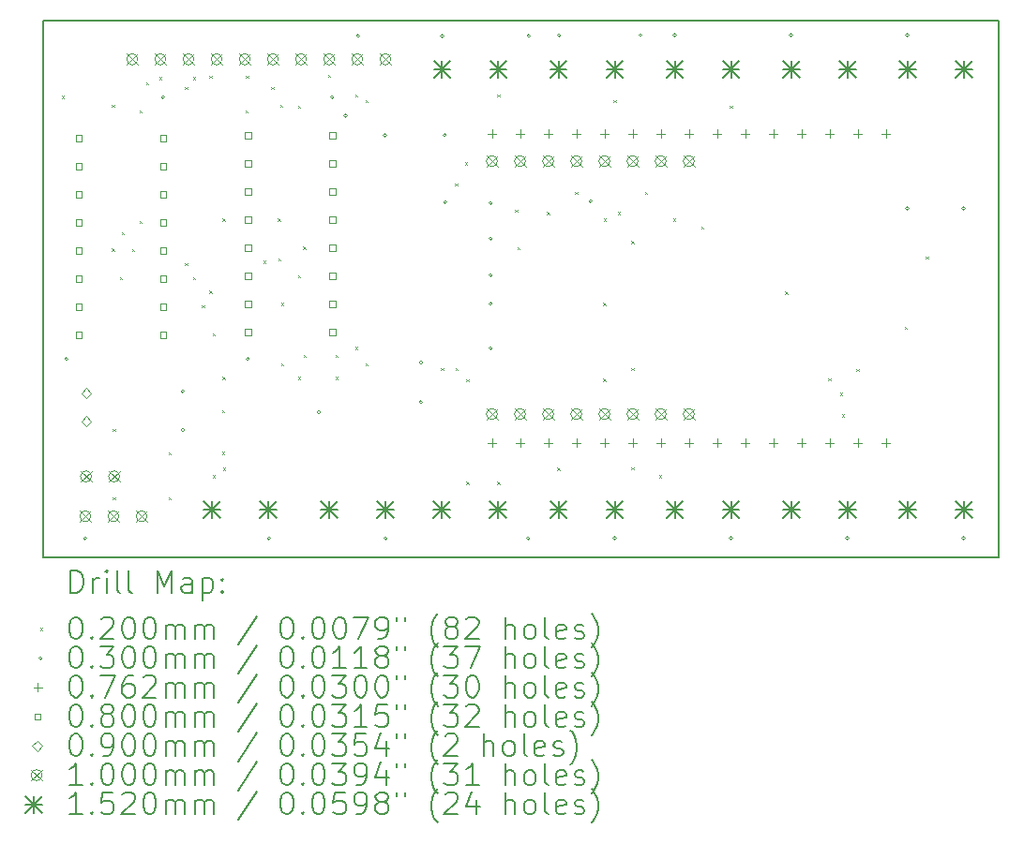
<source format=gbr>
%FSLAX45Y45*%
G04 Gerber Fmt 4.5, Leading zero omitted, Abs format (unit mm)*
G04 Created by KiCad (PCBNEW (6.0.4)) date 2022-05-09 12:24:42*
%MOMM*%
%LPD*%
G01*
G04 APERTURE LIST*
%TA.AperFunction,Profile*%
%ADD10C,0.200000*%
%TD*%
%ADD11C,0.200000*%
%ADD12C,0.020000*%
%ADD13C,0.030000*%
%ADD14C,0.076200*%
%ADD15C,0.080000*%
%ADD16C,0.090000*%
%ADD17C,0.100000*%
%ADD18C,0.152000*%
G04 APERTURE END LIST*
D10*
X17370000Y-8800000D02*
X26000000Y-8800000D01*
X17370000Y-3950000D02*
X26000000Y-3950000D01*
X26000000Y-8800000D02*
X26000000Y-3950000D01*
X17370000Y-3950000D02*
X17370000Y-8800000D01*
D11*
D12*
X17540000Y-4630000D02*
X17560000Y-4650000D01*
X17560000Y-4630000D02*
X17540000Y-4650000D01*
X17990000Y-4710000D02*
X18010000Y-4730000D01*
X18010000Y-4710000D02*
X17990000Y-4730000D01*
X17990000Y-6010000D02*
X18010000Y-6030000D01*
X18010000Y-6010000D02*
X17990000Y-6030000D01*
X18000000Y-7640000D02*
X18020000Y-7660000D01*
X18020000Y-7640000D02*
X18000000Y-7660000D01*
X18000000Y-8260000D02*
X18020000Y-8280000D01*
X18020000Y-8260000D02*
X18000000Y-8280000D01*
X18060000Y-6270000D02*
X18080000Y-6290000D01*
X18080000Y-6270000D02*
X18060000Y-6290000D01*
X18080000Y-5860000D02*
X18100000Y-5880000D01*
X18100000Y-5860000D02*
X18080000Y-5880000D01*
X18174000Y-6016000D02*
X18194000Y-6036000D01*
X18194000Y-6016000D02*
X18174000Y-6036000D01*
X18238000Y-4762000D02*
X18258000Y-4782000D01*
X18258000Y-4762000D02*
X18238000Y-4782000D01*
X18238000Y-5762000D02*
X18258000Y-5782000D01*
X18258000Y-5762000D02*
X18238000Y-5782000D01*
X18300000Y-4510000D02*
X18320000Y-4530000D01*
X18320000Y-4510000D02*
X18300000Y-4530000D01*
X18420000Y-4460000D02*
X18440000Y-4480000D01*
X18440000Y-4460000D02*
X18420000Y-4480000D01*
X18500000Y-7850000D02*
X18520000Y-7870000D01*
X18520000Y-7850000D02*
X18500000Y-7870000D01*
X18500000Y-8260000D02*
X18520000Y-8280000D01*
X18520000Y-8260000D02*
X18500000Y-8280000D01*
X18650000Y-4550000D02*
X18670000Y-4570000D01*
X18670000Y-4550000D02*
X18650000Y-4570000D01*
X18650000Y-6140000D02*
X18670000Y-6160000D01*
X18670000Y-6140000D02*
X18650000Y-6160000D01*
X18720000Y-4460000D02*
X18740000Y-4480000D01*
X18740000Y-4460000D02*
X18720000Y-4480000D01*
X18720000Y-6270000D02*
X18740000Y-6290000D01*
X18740000Y-6270000D02*
X18720000Y-6290000D01*
X18804000Y-6524000D02*
X18824000Y-6544000D01*
X18824000Y-6524000D02*
X18804000Y-6544000D01*
X18870000Y-4450000D02*
X18890000Y-4470000D01*
X18890000Y-4450000D02*
X18870000Y-4470000D01*
X18870000Y-6390000D02*
X18890000Y-6410000D01*
X18890000Y-6390000D02*
X18870000Y-6410000D01*
X18900000Y-8060000D02*
X18920000Y-8080000D01*
X18920000Y-8060000D02*
X18900000Y-8080000D01*
X18902000Y-6778000D02*
X18922000Y-6798000D01*
X18922000Y-6778000D02*
X18902000Y-6798000D01*
X18987500Y-7472500D02*
X19007500Y-7492500D01*
X19007500Y-7472500D02*
X18987500Y-7492500D01*
X18987500Y-7847500D02*
X19007500Y-7867500D01*
X19007500Y-7847500D02*
X18987500Y-7867500D01*
X18990000Y-5740000D02*
X19010000Y-5760000D01*
X19010000Y-5740000D02*
X18990000Y-5760000D01*
X18990000Y-7170000D02*
X19010000Y-7190000D01*
X19010000Y-7170000D02*
X18990000Y-7190000D01*
X18992000Y-7992000D02*
X19012000Y-8012000D01*
X19012000Y-7992000D02*
X18992000Y-8012000D01*
X19198000Y-4762000D02*
X19218000Y-4782000D01*
X19218000Y-4762000D02*
X19198000Y-4782000D01*
X19200000Y-4450000D02*
X19220000Y-4470000D01*
X19220000Y-4450000D02*
X19200000Y-4470000D01*
X19360000Y-6120000D02*
X19380000Y-6140000D01*
X19380000Y-6120000D02*
X19360000Y-6140000D01*
X19430000Y-4550000D02*
X19450000Y-4570000D01*
X19450000Y-4550000D02*
X19430000Y-4570000D01*
X19488000Y-5738000D02*
X19508000Y-5758000D01*
X19508000Y-5738000D02*
X19488000Y-5758000D01*
X19491952Y-6101952D02*
X19511952Y-6121952D01*
X19511952Y-6101952D02*
X19491952Y-6121952D01*
X19510000Y-4710000D02*
X19530000Y-4730000D01*
X19530000Y-4710000D02*
X19510000Y-4730000D01*
X19520000Y-6500000D02*
X19540000Y-6520000D01*
X19540000Y-6500000D02*
X19520000Y-6520000D01*
X19520000Y-7050000D02*
X19540000Y-7070000D01*
X19540000Y-7050000D02*
X19520000Y-7070000D01*
X19670000Y-4720000D02*
X19690000Y-4740000D01*
X19690000Y-4720000D02*
X19670000Y-4740000D01*
X19670000Y-6250000D02*
X19690000Y-6270000D01*
X19690000Y-6250000D02*
X19670000Y-6270000D01*
X19670000Y-7170000D02*
X19690000Y-7190000D01*
X19690000Y-7170000D02*
X19670000Y-7190000D01*
X19718000Y-5992000D02*
X19738000Y-6012000D01*
X19738000Y-5992000D02*
X19718000Y-6012000D01*
X19720000Y-6970000D02*
X19740000Y-6990000D01*
X19740000Y-6970000D02*
X19720000Y-6990000D01*
X19942000Y-4438000D02*
X19962000Y-4458000D01*
X19962000Y-4438000D02*
X19942000Y-4458000D01*
X20010000Y-6970000D02*
X20030000Y-6990000D01*
X20030000Y-6970000D02*
X20010000Y-6990000D01*
X20010000Y-7170000D02*
X20030000Y-7190000D01*
X20030000Y-7170000D02*
X20010000Y-7190000D01*
X20190000Y-4620000D02*
X20210000Y-4640000D01*
X20210000Y-4620000D02*
X20190000Y-4640000D01*
X20190000Y-6900000D02*
X20210000Y-6920000D01*
X20210000Y-6900000D02*
X20190000Y-6920000D01*
X20280000Y-4670000D02*
X20300000Y-4690000D01*
X20300000Y-4670000D02*
X20280000Y-4690000D01*
X20280000Y-7050000D02*
X20300000Y-7070000D01*
X20300000Y-7050000D02*
X20280000Y-7070000D01*
X20962000Y-7092000D02*
X20982000Y-7112000D01*
X20982000Y-7092000D02*
X20962000Y-7112000D01*
X21090000Y-5420000D02*
X21110000Y-5440000D01*
X21110000Y-5420000D02*
X21090000Y-5440000D01*
X21092000Y-7092000D02*
X21112000Y-7112000D01*
X21112000Y-7092000D02*
X21092000Y-7112000D01*
X21180000Y-5230000D02*
X21200000Y-5250000D01*
X21200000Y-5230000D02*
X21180000Y-5250000D01*
X21190000Y-7190000D02*
X21210000Y-7210000D01*
X21210000Y-7190000D02*
X21190000Y-7210000D01*
X21190000Y-8120000D02*
X21210000Y-8140000D01*
X21210000Y-8120000D02*
X21190000Y-8140000D01*
X21470000Y-4620000D02*
X21490000Y-4640000D01*
X21490000Y-4620000D02*
X21470000Y-4640000D01*
X21470000Y-8120000D02*
X21490000Y-8140000D01*
X21490000Y-8120000D02*
X21470000Y-8140000D01*
X21630000Y-5660000D02*
X21650000Y-5680000D01*
X21650000Y-5660000D02*
X21630000Y-5680000D01*
X21650000Y-6000000D02*
X21670000Y-6020000D01*
X21670000Y-6000000D02*
X21650000Y-6020000D01*
X21920000Y-5680000D02*
X21940000Y-5700000D01*
X21940000Y-5680000D02*
X21920000Y-5700000D01*
X22012000Y-7992000D02*
X22032000Y-8012000D01*
X22032000Y-7992000D02*
X22012000Y-8012000D01*
X22174000Y-5496000D02*
X22194000Y-5516000D01*
X22194000Y-5496000D02*
X22174000Y-5516000D01*
X22428000Y-6502000D02*
X22448000Y-6522000D01*
X22448000Y-6502000D02*
X22428000Y-6522000D01*
X22428000Y-7188000D02*
X22448000Y-7208000D01*
X22448000Y-7188000D02*
X22428000Y-7208000D01*
X22430000Y-5740000D02*
X22450000Y-5760000D01*
X22450000Y-5740000D02*
X22430000Y-5760000D01*
X22520000Y-4670000D02*
X22540000Y-4690000D01*
X22540000Y-4670000D02*
X22520000Y-4690000D01*
X22560000Y-5680000D02*
X22580000Y-5700000D01*
X22580000Y-5680000D02*
X22560000Y-5700000D01*
X22681500Y-7988500D02*
X22701500Y-8008500D01*
X22701500Y-7988500D02*
X22681500Y-8008500D01*
X22682000Y-5942000D02*
X22702000Y-5962000D01*
X22702000Y-5942000D02*
X22682000Y-5962000D01*
X22682000Y-7092000D02*
X22702000Y-7112000D01*
X22702000Y-7092000D02*
X22682000Y-7112000D01*
X22804000Y-5496000D02*
X22824000Y-5516000D01*
X22824000Y-5496000D02*
X22804000Y-5516000D01*
X22930000Y-8060000D02*
X22950000Y-8080000D01*
X22950000Y-8060000D02*
X22930000Y-8080000D01*
X23060000Y-5740000D02*
X23080000Y-5760000D01*
X23080000Y-5740000D02*
X23060000Y-5760000D01*
X23310000Y-5810000D02*
X23330000Y-5830000D01*
X23330000Y-5810000D02*
X23310000Y-5830000D01*
X23570000Y-4720000D02*
X23590000Y-4740000D01*
X23590000Y-4720000D02*
X23570000Y-4740000D01*
X24070000Y-6400000D02*
X24090000Y-6420000D01*
X24090000Y-6400000D02*
X24070000Y-6420000D01*
X24459500Y-7180500D02*
X24479500Y-7200500D01*
X24479500Y-7180500D02*
X24459500Y-7200500D01*
X24565651Y-7315651D02*
X24585651Y-7335651D01*
X24585651Y-7315651D02*
X24565651Y-7335651D01*
X24580000Y-7510000D02*
X24600000Y-7530000D01*
X24600000Y-7510000D02*
X24580000Y-7530000D01*
X24713500Y-7096500D02*
X24733500Y-7116500D01*
X24733500Y-7096500D02*
X24713500Y-7116500D01*
X25150000Y-6720000D02*
X25170000Y-6740000D01*
X25170000Y-6720000D02*
X25150000Y-6740000D01*
X25340000Y-6080000D02*
X25360000Y-6100000D01*
X25360000Y-6080000D02*
X25340000Y-6100000D01*
D13*
X17595000Y-7010000D02*
G75*
G03*
X17595000Y-7010000I-15000J0D01*
G01*
X17765000Y-8630000D02*
G75*
G03*
X17765000Y-8630000I-15000J0D01*
G01*
X18467000Y-4642000D02*
G75*
G03*
X18467000Y-4642000I-15000J0D01*
G01*
X18645000Y-7300000D02*
G75*
G03*
X18645000Y-7300000I-15000J0D01*
G01*
X18645000Y-7650000D02*
G75*
G03*
X18645000Y-7650000I-15000J0D01*
G01*
X19233000Y-7008000D02*
G75*
G03*
X19233000Y-7008000I-15000J0D01*
G01*
X19425000Y-8630000D02*
G75*
G03*
X19425000Y-8630000I-15000J0D01*
G01*
X19875000Y-7490000D02*
G75*
G03*
X19875000Y-7490000I-15000J0D01*
G01*
X19993000Y-4642000D02*
G75*
G03*
X19993000Y-4642000I-15000J0D01*
G01*
X20115000Y-4810000D02*
G75*
G03*
X20115000Y-4810000I-15000J0D01*
G01*
X20227000Y-4088000D02*
G75*
G03*
X20227000Y-4088000I-15000J0D01*
G01*
X20471000Y-4986000D02*
G75*
G03*
X20471000Y-4986000I-15000J0D01*
G01*
X20475000Y-8630000D02*
G75*
G03*
X20475000Y-8630000I-15000J0D01*
G01*
X20795000Y-7040000D02*
G75*
G03*
X20795000Y-7040000I-15000J0D01*
G01*
X20795000Y-7400000D02*
G75*
G03*
X20795000Y-7400000I-15000J0D01*
G01*
X20987000Y-4088000D02*
G75*
G03*
X20987000Y-4088000I-15000J0D01*
G01*
X21011000Y-4986000D02*
G75*
G03*
X21011000Y-4986000I-15000J0D01*
G01*
X21015000Y-5590000D02*
G75*
G03*
X21015000Y-5590000I-15000J0D01*
G01*
X21425000Y-6250000D02*
G75*
G03*
X21425000Y-6250000I-15000J0D01*
G01*
X21425000Y-6510000D02*
G75*
G03*
X21425000Y-6510000I-15000J0D01*
G01*
X21425000Y-6910000D02*
G75*
G03*
X21425000Y-6910000I-15000J0D01*
G01*
X21426000Y-5599000D02*
G75*
G03*
X21426000Y-5599000I-15000J0D01*
G01*
X21426000Y-5921000D02*
G75*
G03*
X21426000Y-5921000I-15000J0D01*
G01*
X21765000Y-8630000D02*
G75*
G03*
X21765000Y-8630000I-15000J0D01*
G01*
X21767000Y-4088000D02*
G75*
G03*
X21767000Y-4088000I-15000J0D01*
G01*
X22043000Y-4082000D02*
G75*
G03*
X22043000Y-4082000I-15000J0D01*
G01*
X22327500Y-5582500D02*
G75*
G03*
X22327500Y-5582500I-15000J0D01*
G01*
X22545000Y-8630000D02*
G75*
G03*
X22545000Y-8630000I-15000J0D01*
G01*
X22777000Y-4082000D02*
G75*
G03*
X22777000Y-4082000I-15000J0D01*
G01*
X23087000Y-4082000D02*
G75*
G03*
X23087000Y-4082000I-15000J0D01*
G01*
X23595000Y-8630000D02*
G75*
G03*
X23595000Y-8630000I-15000J0D01*
G01*
X24137000Y-4082000D02*
G75*
G03*
X24137000Y-4082000I-15000J0D01*
G01*
X24645000Y-8630000D02*
G75*
G03*
X24645000Y-8630000I-15000J0D01*
G01*
X25187000Y-4082000D02*
G75*
G03*
X25187000Y-4082000I-15000J0D01*
G01*
X25187000Y-5648000D02*
G75*
G03*
X25187000Y-5648000I-15000J0D01*
G01*
X25693000Y-5648000D02*
G75*
G03*
X25693000Y-5648000I-15000J0D01*
G01*
X25695000Y-8630000D02*
G75*
G03*
X25695000Y-8630000I-15000J0D01*
G01*
D14*
X21421500Y-4934900D02*
X21421500Y-5011100D01*
X21383400Y-4973000D02*
X21459600Y-4973000D01*
X21421500Y-7728900D02*
X21421500Y-7805100D01*
X21383400Y-7767000D02*
X21459600Y-7767000D01*
X21675500Y-4934900D02*
X21675500Y-5011100D01*
X21637400Y-4973000D02*
X21713600Y-4973000D01*
X21675500Y-7728900D02*
X21675500Y-7805100D01*
X21637400Y-7767000D02*
X21713600Y-7767000D01*
X21929500Y-4934900D02*
X21929500Y-5011100D01*
X21891400Y-4973000D02*
X21967600Y-4973000D01*
X21929500Y-7728900D02*
X21929500Y-7805100D01*
X21891400Y-7767000D02*
X21967600Y-7767000D01*
X22183500Y-4934900D02*
X22183500Y-5011100D01*
X22145400Y-4973000D02*
X22221600Y-4973000D01*
X22183500Y-7728900D02*
X22183500Y-7805100D01*
X22145400Y-7767000D02*
X22221600Y-7767000D01*
X22437500Y-4934900D02*
X22437500Y-5011100D01*
X22399400Y-4973000D02*
X22475600Y-4973000D01*
X22437500Y-7728900D02*
X22437500Y-7805100D01*
X22399400Y-7767000D02*
X22475600Y-7767000D01*
X22691500Y-4934900D02*
X22691500Y-5011100D01*
X22653400Y-4973000D02*
X22729600Y-4973000D01*
X22691500Y-7728900D02*
X22691500Y-7805100D01*
X22653400Y-7767000D02*
X22729600Y-7767000D01*
X22945500Y-4934900D02*
X22945500Y-5011100D01*
X22907400Y-4973000D02*
X22983600Y-4973000D01*
X22945500Y-7728900D02*
X22945500Y-7805100D01*
X22907400Y-7767000D02*
X22983600Y-7767000D01*
X23199500Y-4934900D02*
X23199500Y-5011100D01*
X23161400Y-4973000D02*
X23237600Y-4973000D01*
X23199500Y-7728900D02*
X23199500Y-7805100D01*
X23161400Y-7767000D02*
X23237600Y-7767000D01*
X23453500Y-4934900D02*
X23453500Y-5011100D01*
X23415400Y-4973000D02*
X23491600Y-4973000D01*
X23453500Y-7728900D02*
X23453500Y-7805100D01*
X23415400Y-7767000D02*
X23491600Y-7767000D01*
X23707500Y-4934900D02*
X23707500Y-5011100D01*
X23669400Y-4973000D02*
X23745600Y-4973000D01*
X23707500Y-7728900D02*
X23707500Y-7805100D01*
X23669400Y-7767000D02*
X23745600Y-7767000D01*
X23961500Y-4934900D02*
X23961500Y-5011100D01*
X23923400Y-4973000D02*
X23999600Y-4973000D01*
X23961500Y-7728900D02*
X23961500Y-7805100D01*
X23923400Y-7767000D02*
X23999600Y-7767000D01*
X24215500Y-4934900D02*
X24215500Y-5011100D01*
X24177400Y-4973000D02*
X24253600Y-4973000D01*
X24215500Y-7728900D02*
X24215500Y-7805100D01*
X24177400Y-7767000D02*
X24253600Y-7767000D01*
X24469500Y-4934900D02*
X24469500Y-5011100D01*
X24431400Y-4973000D02*
X24507600Y-4973000D01*
X24469500Y-7728900D02*
X24469500Y-7805100D01*
X24431400Y-7767000D02*
X24507600Y-7767000D01*
X24723500Y-4934900D02*
X24723500Y-5011100D01*
X24685400Y-4973000D02*
X24761600Y-4973000D01*
X24723500Y-7728900D02*
X24723500Y-7805100D01*
X24685400Y-7767000D02*
X24761600Y-7767000D01*
X24977500Y-4934900D02*
X24977500Y-5011100D01*
X24939400Y-4973000D02*
X25015600Y-4973000D01*
X24977500Y-7728900D02*
X24977500Y-7805100D01*
X24939400Y-7767000D02*
X25015600Y-7767000D01*
D15*
X17718285Y-5038285D02*
X17718285Y-4981716D01*
X17661716Y-4981716D01*
X17661716Y-5038285D01*
X17718285Y-5038285D01*
X17718285Y-5292285D02*
X17718285Y-5235716D01*
X17661716Y-5235716D01*
X17661716Y-5292285D01*
X17718285Y-5292285D01*
X17718285Y-5546285D02*
X17718285Y-5489716D01*
X17661716Y-5489716D01*
X17661716Y-5546285D01*
X17718285Y-5546285D01*
X17718285Y-5800284D02*
X17718285Y-5743715D01*
X17661716Y-5743715D01*
X17661716Y-5800284D01*
X17718285Y-5800284D01*
X17718285Y-6054284D02*
X17718285Y-5997715D01*
X17661716Y-5997715D01*
X17661716Y-6054284D01*
X17718285Y-6054284D01*
X17718285Y-6308284D02*
X17718285Y-6251715D01*
X17661716Y-6251715D01*
X17661716Y-6308284D01*
X17718285Y-6308284D01*
X17718285Y-6562284D02*
X17718285Y-6505715D01*
X17661716Y-6505715D01*
X17661716Y-6562284D01*
X17718285Y-6562284D01*
X17718285Y-6816284D02*
X17718285Y-6759715D01*
X17661716Y-6759715D01*
X17661716Y-6816284D01*
X17718285Y-6816284D01*
X18480285Y-5038285D02*
X18480285Y-4981716D01*
X18423716Y-4981716D01*
X18423716Y-5038285D01*
X18480285Y-5038285D01*
X18480285Y-5292285D02*
X18480285Y-5235716D01*
X18423716Y-5235716D01*
X18423716Y-5292285D01*
X18480285Y-5292285D01*
X18480285Y-5546285D02*
X18480285Y-5489716D01*
X18423716Y-5489716D01*
X18423716Y-5546285D01*
X18480285Y-5546285D01*
X18480285Y-5800284D02*
X18480285Y-5743715D01*
X18423716Y-5743715D01*
X18423716Y-5800284D01*
X18480285Y-5800284D01*
X18480285Y-6054284D02*
X18480285Y-5997715D01*
X18423716Y-5997715D01*
X18423716Y-6054284D01*
X18480285Y-6054284D01*
X18480285Y-6308284D02*
X18480285Y-6251715D01*
X18423716Y-6251715D01*
X18423716Y-6308284D01*
X18480285Y-6308284D01*
X18480285Y-6562284D02*
X18480285Y-6505715D01*
X18423716Y-6505715D01*
X18423716Y-6562284D01*
X18480285Y-6562284D01*
X18480285Y-6816284D02*
X18480285Y-6759715D01*
X18423716Y-6759715D01*
X18423716Y-6816284D01*
X18480285Y-6816284D01*
X19246285Y-5014285D02*
X19246285Y-4957716D01*
X19189716Y-4957716D01*
X19189716Y-5014285D01*
X19246285Y-5014285D01*
X19246285Y-5268285D02*
X19246285Y-5211716D01*
X19189716Y-5211716D01*
X19189716Y-5268285D01*
X19246285Y-5268285D01*
X19246285Y-5522285D02*
X19246285Y-5465716D01*
X19189716Y-5465716D01*
X19189716Y-5522285D01*
X19246285Y-5522285D01*
X19246285Y-5776284D02*
X19246285Y-5719715D01*
X19189716Y-5719715D01*
X19189716Y-5776284D01*
X19246285Y-5776284D01*
X19246285Y-6030284D02*
X19246285Y-5973715D01*
X19189716Y-5973715D01*
X19189716Y-6030284D01*
X19246285Y-6030284D01*
X19246285Y-6284284D02*
X19246285Y-6227715D01*
X19189716Y-6227715D01*
X19189716Y-6284284D01*
X19246285Y-6284284D01*
X19246285Y-6538284D02*
X19246285Y-6481715D01*
X19189716Y-6481715D01*
X19189716Y-6538284D01*
X19246285Y-6538284D01*
X19246285Y-6792284D02*
X19246285Y-6735715D01*
X19189716Y-6735715D01*
X19189716Y-6792284D01*
X19246285Y-6792284D01*
X20008285Y-5014285D02*
X20008285Y-4957716D01*
X19951716Y-4957716D01*
X19951716Y-5014285D01*
X20008285Y-5014285D01*
X20008285Y-5268285D02*
X20008285Y-5211716D01*
X19951716Y-5211716D01*
X19951716Y-5268285D01*
X20008285Y-5268285D01*
X20008285Y-5522285D02*
X20008285Y-5465716D01*
X19951716Y-5465716D01*
X19951716Y-5522285D01*
X20008285Y-5522285D01*
X20008285Y-5776284D02*
X20008285Y-5719715D01*
X19951716Y-5719715D01*
X19951716Y-5776284D01*
X20008285Y-5776284D01*
X20008285Y-6030284D02*
X20008285Y-5973715D01*
X19951716Y-5973715D01*
X19951716Y-6030284D01*
X20008285Y-6030284D01*
X20008285Y-6284284D02*
X20008285Y-6227715D01*
X19951716Y-6227715D01*
X19951716Y-6284284D01*
X20008285Y-6284284D01*
X20008285Y-6538284D02*
X20008285Y-6481715D01*
X19951716Y-6481715D01*
X19951716Y-6538284D01*
X20008285Y-6538284D01*
X20008285Y-6792284D02*
X20008285Y-6735715D01*
X19951716Y-6735715D01*
X19951716Y-6792284D01*
X20008285Y-6792284D01*
D16*
X17760000Y-7361000D02*
X17805000Y-7316000D01*
X17760000Y-7271000D01*
X17715000Y-7316000D01*
X17760000Y-7361000D01*
X17760000Y-7615000D02*
X17805000Y-7570000D01*
X17760000Y-7525000D01*
X17715000Y-7570000D01*
X17760000Y-7615000D01*
D17*
X17700000Y-8380000D02*
X17800000Y-8480000D01*
X17800000Y-8380000D02*
X17700000Y-8480000D01*
X17800000Y-8430000D02*
G75*
G03*
X17800000Y-8430000I-50000J0D01*
G01*
X17706000Y-8020000D02*
X17806000Y-8120000D01*
X17806000Y-8020000D02*
X17706000Y-8120000D01*
X17806000Y-8070000D02*
G75*
G03*
X17806000Y-8070000I-50000J0D01*
G01*
X17954000Y-8380000D02*
X18054000Y-8480000D01*
X18054000Y-8380000D02*
X17954000Y-8480000D01*
X18054000Y-8430000D02*
G75*
G03*
X18054000Y-8430000I-50000J0D01*
G01*
X17960000Y-8020000D02*
X18060000Y-8120000D01*
X18060000Y-8020000D02*
X17960000Y-8120000D01*
X18060000Y-8070000D02*
G75*
G03*
X18060000Y-8070000I-50000J0D01*
G01*
X18124000Y-4250000D02*
X18224000Y-4350000D01*
X18224000Y-4250000D02*
X18124000Y-4350000D01*
X18224000Y-4300000D02*
G75*
G03*
X18224000Y-4300000I-50000J0D01*
G01*
X18208000Y-8380000D02*
X18308000Y-8480000D01*
X18308000Y-8380000D02*
X18208000Y-8480000D01*
X18308000Y-8430000D02*
G75*
G03*
X18308000Y-8430000I-50000J0D01*
G01*
X18378000Y-4250000D02*
X18478000Y-4350000D01*
X18478000Y-4250000D02*
X18378000Y-4350000D01*
X18478000Y-4300000D02*
G75*
G03*
X18478000Y-4300000I-50000J0D01*
G01*
X18632000Y-4250000D02*
X18732000Y-4350000D01*
X18732000Y-4250000D02*
X18632000Y-4350000D01*
X18732000Y-4300000D02*
G75*
G03*
X18732000Y-4300000I-50000J0D01*
G01*
X18886000Y-4250000D02*
X18986000Y-4350000D01*
X18986000Y-4250000D02*
X18886000Y-4350000D01*
X18986000Y-4300000D02*
G75*
G03*
X18986000Y-4300000I-50000J0D01*
G01*
X19140000Y-4250000D02*
X19240000Y-4350000D01*
X19240000Y-4250000D02*
X19140000Y-4350000D01*
X19240000Y-4300000D02*
G75*
G03*
X19240000Y-4300000I-50000J0D01*
G01*
X19394000Y-4250000D02*
X19494000Y-4350000D01*
X19494000Y-4250000D02*
X19394000Y-4350000D01*
X19494000Y-4300000D02*
G75*
G03*
X19494000Y-4300000I-50000J0D01*
G01*
X19648000Y-4250000D02*
X19748000Y-4350000D01*
X19748000Y-4250000D02*
X19648000Y-4350000D01*
X19748000Y-4300000D02*
G75*
G03*
X19748000Y-4300000I-50000J0D01*
G01*
X19902000Y-4250000D02*
X20002000Y-4350000D01*
X20002000Y-4250000D02*
X19902000Y-4350000D01*
X20002000Y-4300000D02*
G75*
G03*
X20002000Y-4300000I-50000J0D01*
G01*
X20156000Y-4250000D02*
X20256000Y-4350000D01*
X20256000Y-4250000D02*
X20156000Y-4350000D01*
X20256000Y-4300000D02*
G75*
G03*
X20256000Y-4300000I-50000J0D01*
G01*
X20410000Y-4250000D02*
X20510000Y-4350000D01*
X20510000Y-4250000D02*
X20410000Y-4350000D01*
X20510000Y-4300000D02*
G75*
G03*
X20510000Y-4300000I-50000J0D01*
G01*
X21372000Y-5170000D02*
X21472000Y-5270000D01*
X21472000Y-5170000D02*
X21372000Y-5270000D01*
X21472000Y-5220000D02*
G75*
G03*
X21472000Y-5220000I-50000J0D01*
G01*
X21372000Y-7456000D02*
X21472000Y-7556000D01*
X21472000Y-7456000D02*
X21372000Y-7556000D01*
X21472000Y-7506000D02*
G75*
G03*
X21472000Y-7506000I-50000J0D01*
G01*
X21626000Y-5170000D02*
X21726000Y-5270000D01*
X21726000Y-5170000D02*
X21626000Y-5270000D01*
X21726000Y-5220000D02*
G75*
G03*
X21726000Y-5220000I-50000J0D01*
G01*
X21626000Y-7456000D02*
X21726000Y-7556000D01*
X21726000Y-7456000D02*
X21626000Y-7556000D01*
X21726000Y-7506000D02*
G75*
G03*
X21726000Y-7506000I-50000J0D01*
G01*
X21880000Y-5170000D02*
X21980000Y-5270000D01*
X21980000Y-5170000D02*
X21880000Y-5270000D01*
X21980000Y-5220000D02*
G75*
G03*
X21980000Y-5220000I-50000J0D01*
G01*
X21880000Y-7456000D02*
X21980000Y-7556000D01*
X21980000Y-7456000D02*
X21880000Y-7556000D01*
X21980000Y-7506000D02*
G75*
G03*
X21980000Y-7506000I-50000J0D01*
G01*
X22134000Y-5170000D02*
X22234000Y-5270000D01*
X22234000Y-5170000D02*
X22134000Y-5270000D01*
X22234000Y-5220000D02*
G75*
G03*
X22234000Y-5220000I-50000J0D01*
G01*
X22134000Y-7456000D02*
X22234000Y-7556000D01*
X22234000Y-7456000D02*
X22134000Y-7556000D01*
X22234000Y-7506000D02*
G75*
G03*
X22234000Y-7506000I-50000J0D01*
G01*
X22388000Y-5170000D02*
X22488000Y-5270000D01*
X22488000Y-5170000D02*
X22388000Y-5270000D01*
X22488000Y-5220000D02*
G75*
G03*
X22488000Y-5220000I-50000J0D01*
G01*
X22388000Y-7456000D02*
X22488000Y-7556000D01*
X22488000Y-7456000D02*
X22388000Y-7556000D01*
X22488000Y-7506000D02*
G75*
G03*
X22488000Y-7506000I-50000J0D01*
G01*
X22642000Y-5170000D02*
X22742000Y-5270000D01*
X22742000Y-5170000D02*
X22642000Y-5270000D01*
X22742000Y-5220000D02*
G75*
G03*
X22742000Y-5220000I-50000J0D01*
G01*
X22642000Y-7456000D02*
X22742000Y-7556000D01*
X22742000Y-7456000D02*
X22642000Y-7556000D01*
X22742000Y-7506000D02*
G75*
G03*
X22742000Y-7506000I-50000J0D01*
G01*
X22896000Y-5170000D02*
X22996000Y-5270000D01*
X22996000Y-5170000D02*
X22896000Y-5270000D01*
X22996000Y-5220000D02*
G75*
G03*
X22996000Y-5220000I-50000J0D01*
G01*
X22896000Y-7456000D02*
X22996000Y-7556000D01*
X22996000Y-7456000D02*
X22896000Y-7556000D01*
X22996000Y-7506000D02*
G75*
G03*
X22996000Y-7506000I-50000J0D01*
G01*
X23150000Y-5170000D02*
X23250000Y-5270000D01*
X23250000Y-5170000D02*
X23150000Y-5270000D01*
X23250000Y-5220000D02*
G75*
G03*
X23250000Y-5220000I-50000J0D01*
G01*
X23150000Y-7456000D02*
X23250000Y-7556000D01*
X23250000Y-7456000D02*
X23150000Y-7556000D01*
X23250000Y-7506000D02*
G75*
G03*
X23250000Y-7506000I-50000J0D01*
G01*
D18*
X18816000Y-8294000D02*
X18968000Y-8446000D01*
X18968000Y-8294000D02*
X18816000Y-8446000D01*
X18892000Y-8294000D02*
X18892000Y-8446000D01*
X18816000Y-8370000D02*
X18968000Y-8370000D01*
X19324000Y-8294000D02*
X19476000Y-8446000D01*
X19476000Y-8294000D02*
X19324000Y-8446000D01*
X19400000Y-8294000D02*
X19400000Y-8446000D01*
X19324000Y-8370000D02*
X19476000Y-8370000D01*
X19872000Y-8294000D02*
X20024000Y-8446000D01*
X20024000Y-8294000D02*
X19872000Y-8446000D01*
X19948000Y-8294000D02*
X19948000Y-8446000D01*
X19872000Y-8370000D02*
X20024000Y-8370000D01*
X20380000Y-8294000D02*
X20532000Y-8446000D01*
X20532000Y-8294000D02*
X20380000Y-8446000D01*
X20456000Y-8294000D02*
X20456000Y-8446000D01*
X20380000Y-8370000D02*
X20532000Y-8370000D01*
X20888000Y-8294000D02*
X21040000Y-8446000D01*
X21040000Y-8294000D02*
X20888000Y-8446000D01*
X20964000Y-8294000D02*
X20964000Y-8446000D01*
X20888000Y-8370000D02*
X21040000Y-8370000D01*
X20896000Y-4314000D02*
X21048000Y-4466000D01*
X21048000Y-4314000D02*
X20896000Y-4466000D01*
X20972000Y-4314000D02*
X20972000Y-4466000D01*
X20896000Y-4390000D02*
X21048000Y-4390000D01*
X21396000Y-8294000D02*
X21548000Y-8446000D01*
X21548000Y-8294000D02*
X21396000Y-8446000D01*
X21472000Y-8294000D02*
X21472000Y-8446000D01*
X21396000Y-8370000D02*
X21548000Y-8370000D01*
X21404000Y-4314000D02*
X21556000Y-4466000D01*
X21556000Y-4314000D02*
X21404000Y-4466000D01*
X21480000Y-4314000D02*
X21480000Y-4466000D01*
X21404000Y-4390000D02*
X21556000Y-4390000D01*
X21946000Y-4314000D02*
X22098000Y-4466000D01*
X22098000Y-4314000D02*
X21946000Y-4466000D01*
X22022000Y-4314000D02*
X22022000Y-4466000D01*
X21946000Y-4390000D02*
X22098000Y-4390000D01*
X21946000Y-8294000D02*
X22098000Y-8446000D01*
X22098000Y-8294000D02*
X21946000Y-8446000D01*
X22022000Y-8294000D02*
X22022000Y-8446000D01*
X21946000Y-8370000D02*
X22098000Y-8370000D01*
X22454000Y-4314000D02*
X22606000Y-4466000D01*
X22606000Y-4314000D02*
X22454000Y-4466000D01*
X22530000Y-4314000D02*
X22530000Y-4466000D01*
X22454000Y-4390000D02*
X22606000Y-4390000D01*
X22454000Y-8294000D02*
X22606000Y-8446000D01*
X22606000Y-8294000D02*
X22454000Y-8446000D01*
X22530000Y-8294000D02*
X22530000Y-8446000D01*
X22454000Y-8370000D02*
X22606000Y-8370000D01*
X22996000Y-4314000D02*
X23148000Y-4466000D01*
X23148000Y-4314000D02*
X22996000Y-4466000D01*
X23072000Y-4314000D02*
X23072000Y-4466000D01*
X22996000Y-4390000D02*
X23148000Y-4390000D01*
X22996000Y-8294000D02*
X23148000Y-8446000D01*
X23148000Y-8294000D02*
X22996000Y-8446000D01*
X23072000Y-8294000D02*
X23072000Y-8446000D01*
X22996000Y-8370000D02*
X23148000Y-8370000D01*
X23504000Y-4314000D02*
X23656000Y-4466000D01*
X23656000Y-4314000D02*
X23504000Y-4466000D01*
X23580000Y-4314000D02*
X23580000Y-4466000D01*
X23504000Y-4390000D02*
X23656000Y-4390000D01*
X23504000Y-8294000D02*
X23656000Y-8446000D01*
X23656000Y-8294000D02*
X23504000Y-8446000D01*
X23580000Y-8294000D02*
X23580000Y-8446000D01*
X23504000Y-8370000D02*
X23656000Y-8370000D01*
X24046000Y-4314000D02*
X24198000Y-4466000D01*
X24198000Y-4314000D02*
X24046000Y-4466000D01*
X24122000Y-4314000D02*
X24122000Y-4466000D01*
X24046000Y-4390000D02*
X24198000Y-4390000D01*
X24046000Y-8294000D02*
X24198000Y-8446000D01*
X24198000Y-8294000D02*
X24046000Y-8446000D01*
X24122000Y-8294000D02*
X24122000Y-8446000D01*
X24046000Y-8370000D02*
X24198000Y-8370000D01*
X24554000Y-4314000D02*
X24706000Y-4466000D01*
X24706000Y-4314000D02*
X24554000Y-4466000D01*
X24630000Y-4314000D02*
X24630000Y-4466000D01*
X24554000Y-4390000D02*
X24706000Y-4390000D01*
X24554000Y-8294000D02*
X24706000Y-8446000D01*
X24706000Y-8294000D02*
X24554000Y-8446000D01*
X24630000Y-8294000D02*
X24630000Y-8446000D01*
X24554000Y-8370000D02*
X24706000Y-8370000D01*
X25096000Y-4314000D02*
X25248000Y-4466000D01*
X25248000Y-4314000D02*
X25096000Y-4466000D01*
X25172000Y-4314000D02*
X25172000Y-4466000D01*
X25096000Y-4390000D02*
X25248000Y-4390000D01*
X25096000Y-8294000D02*
X25248000Y-8446000D01*
X25248000Y-8294000D02*
X25096000Y-8446000D01*
X25172000Y-8294000D02*
X25172000Y-8446000D01*
X25096000Y-8370000D02*
X25248000Y-8370000D01*
X25604000Y-4314000D02*
X25756000Y-4466000D01*
X25756000Y-4314000D02*
X25604000Y-4466000D01*
X25680000Y-4314000D02*
X25680000Y-4466000D01*
X25604000Y-4390000D02*
X25756000Y-4390000D01*
X25604000Y-8294000D02*
X25756000Y-8446000D01*
X25756000Y-8294000D02*
X25604000Y-8446000D01*
X25680000Y-8294000D02*
X25680000Y-8446000D01*
X25604000Y-8370000D02*
X25756000Y-8370000D01*
D11*
X17617619Y-9120476D02*
X17617619Y-8920476D01*
X17665238Y-8920476D01*
X17693810Y-8930000D01*
X17712857Y-8949048D01*
X17722381Y-8968095D01*
X17731905Y-9006190D01*
X17731905Y-9034762D01*
X17722381Y-9072857D01*
X17712857Y-9091905D01*
X17693810Y-9110952D01*
X17665238Y-9120476D01*
X17617619Y-9120476D01*
X17817619Y-9120476D02*
X17817619Y-8987143D01*
X17817619Y-9025238D02*
X17827143Y-9006190D01*
X17836667Y-8996667D01*
X17855714Y-8987143D01*
X17874762Y-8987143D01*
X17941429Y-9120476D02*
X17941429Y-8987143D01*
X17941429Y-8920476D02*
X17931905Y-8930000D01*
X17941429Y-8939524D01*
X17950952Y-8930000D01*
X17941429Y-8920476D01*
X17941429Y-8939524D01*
X18065238Y-9120476D02*
X18046190Y-9110952D01*
X18036667Y-9091905D01*
X18036667Y-8920476D01*
X18170000Y-9120476D02*
X18150952Y-9110952D01*
X18141429Y-9091905D01*
X18141429Y-8920476D01*
X18398571Y-9120476D02*
X18398571Y-8920476D01*
X18465238Y-9063333D01*
X18531905Y-8920476D01*
X18531905Y-9120476D01*
X18712857Y-9120476D02*
X18712857Y-9015714D01*
X18703333Y-8996667D01*
X18684286Y-8987143D01*
X18646190Y-8987143D01*
X18627143Y-8996667D01*
X18712857Y-9110952D02*
X18693810Y-9120476D01*
X18646190Y-9120476D01*
X18627143Y-9110952D01*
X18617619Y-9091905D01*
X18617619Y-9072857D01*
X18627143Y-9053810D01*
X18646190Y-9044286D01*
X18693810Y-9044286D01*
X18712857Y-9034762D01*
X18808095Y-8987143D02*
X18808095Y-9187143D01*
X18808095Y-8996667D02*
X18827143Y-8987143D01*
X18865238Y-8987143D01*
X18884286Y-8996667D01*
X18893810Y-9006190D01*
X18903333Y-9025238D01*
X18903333Y-9082381D01*
X18893810Y-9101429D01*
X18884286Y-9110952D01*
X18865238Y-9120476D01*
X18827143Y-9120476D01*
X18808095Y-9110952D01*
X18989048Y-9101429D02*
X18998571Y-9110952D01*
X18989048Y-9120476D01*
X18979524Y-9110952D01*
X18989048Y-9101429D01*
X18989048Y-9120476D01*
X18989048Y-8996667D02*
X18998571Y-9006190D01*
X18989048Y-9015714D01*
X18979524Y-9006190D01*
X18989048Y-8996667D01*
X18989048Y-9015714D01*
D12*
X17340000Y-9440000D02*
X17360000Y-9460000D01*
X17360000Y-9440000D02*
X17340000Y-9460000D01*
D11*
X17655714Y-9340476D02*
X17674762Y-9340476D01*
X17693810Y-9350000D01*
X17703333Y-9359524D01*
X17712857Y-9378571D01*
X17722381Y-9416667D01*
X17722381Y-9464286D01*
X17712857Y-9502381D01*
X17703333Y-9521429D01*
X17693810Y-9530952D01*
X17674762Y-9540476D01*
X17655714Y-9540476D01*
X17636667Y-9530952D01*
X17627143Y-9521429D01*
X17617619Y-9502381D01*
X17608095Y-9464286D01*
X17608095Y-9416667D01*
X17617619Y-9378571D01*
X17627143Y-9359524D01*
X17636667Y-9350000D01*
X17655714Y-9340476D01*
X17808095Y-9521429D02*
X17817619Y-9530952D01*
X17808095Y-9540476D01*
X17798571Y-9530952D01*
X17808095Y-9521429D01*
X17808095Y-9540476D01*
X17893810Y-9359524D02*
X17903333Y-9350000D01*
X17922381Y-9340476D01*
X17970000Y-9340476D01*
X17989048Y-9350000D01*
X17998571Y-9359524D01*
X18008095Y-9378571D01*
X18008095Y-9397619D01*
X17998571Y-9426190D01*
X17884286Y-9540476D01*
X18008095Y-9540476D01*
X18131905Y-9340476D02*
X18150952Y-9340476D01*
X18170000Y-9350000D01*
X18179524Y-9359524D01*
X18189048Y-9378571D01*
X18198571Y-9416667D01*
X18198571Y-9464286D01*
X18189048Y-9502381D01*
X18179524Y-9521429D01*
X18170000Y-9530952D01*
X18150952Y-9540476D01*
X18131905Y-9540476D01*
X18112857Y-9530952D01*
X18103333Y-9521429D01*
X18093810Y-9502381D01*
X18084286Y-9464286D01*
X18084286Y-9416667D01*
X18093810Y-9378571D01*
X18103333Y-9359524D01*
X18112857Y-9350000D01*
X18131905Y-9340476D01*
X18322381Y-9340476D02*
X18341429Y-9340476D01*
X18360476Y-9350000D01*
X18370000Y-9359524D01*
X18379524Y-9378571D01*
X18389048Y-9416667D01*
X18389048Y-9464286D01*
X18379524Y-9502381D01*
X18370000Y-9521429D01*
X18360476Y-9530952D01*
X18341429Y-9540476D01*
X18322381Y-9540476D01*
X18303333Y-9530952D01*
X18293810Y-9521429D01*
X18284286Y-9502381D01*
X18274762Y-9464286D01*
X18274762Y-9416667D01*
X18284286Y-9378571D01*
X18293810Y-9359524D01*
X18303333Y-9350000D01*
X18322381Y-9340476D01*
X18474762Y-9540476D02*
X18474762Y-9407143D01*
X18474762Y-9426190D02*
X18484286Y-9416667D01*
X18503333Y-9407143D01*
X18531905Y-9407143D01*
X18550952Y-9416667D01*
X18560476Y-9435714D01*
X18560476Y-9540476D01*
X18560476Y-9435714D02*
X18570000Y-9416667D01*
X18589048Y-9407143D01*
X18617619Y-9407143D01*
X18636667Y-9416667D01*
X18646190Y-9435714D01*
X18646190Y-9540476D01*
X18741429Y-9540476D02*
X18741429Y-9407143D01*
X18741429Y-9426190D02*
X18750952Y-9416667D01*
X18770000Y-9407143D01*
X18798571Y-9407143D01*
X18817619Y-9416667D01*
X18827143Y-9435714D01*
X18827143Y-9540476D01*
X18827143Y-9435714D02*
X18836667Y-9416667D01*
X18855714Y-9407143D01*
X18884286Y-9407143D01*
X18903333Y-9416667D01*
X18912857Y-9435714D01*
X18912857Y-9540476D01*
X19303333Y-9330952D02*
X19131905Y-9588095D01*
X19560476Y-9340476D02*
X19579524Y-9340476D01*
X19598571Y-9350000D01*
X19608095Y-9359524D01*
X19617619Y-9378571D01*
X19627143Y-9416667D01*
X19627143Y-9464286D01*
X19617619Y-9502381D01*
X19608095Y-9521429D01*
X19598571Y-9530952D01*
X19579524Y-9540476D01*
X19560476Y-9540476D01*
X19541429Y-9530952D01*
X19531905Y-9521429D01*
X19522381Y-9502381D01*
X19512857Y-9464286D01*
X19512857Y-9416667D01*
X19522381Y-9378571D01*
X19531905Y-9359524D01*
X19541429Y-9350000D01*
X19560476Y-9340476D01*
X19712857Y-9521429D02*
X19722381Y-9530952D01*
X19712857Y-9540476D01*
X19703333Y-9530952D01*
X19712857Y-9521429D01*
X19712857Y-9540476D01*
X19846190Y-9340476D02*
X19865238Y-9340476D01*
X19884286Y-9350000D01*
X19893810Y-9359524D01*
X19903333Y-9378571D01*
X19912857Y-9416667D01*
X19912857Y-9464286D01*
X19903333Y-9502381D01*
X19893810Y-9521429D01*
X19884286Y-9530952D01*
X19865238Y-9540476D01*
X19846190Y-9540476D01*
X19827143Y-9530952D01*
X19817619Y-9521429D01*
X19808095Y-9502381D01*
X19798571Y-9464286D01*
X19798571Y-9416667D01*
X19808095Y-9378571D01*
X19817619Y-9359524D01*
X19827143Y-9350000D01*
X19846190Y-9340476D01*
X20036667Y-9340476D02*
X20055714Y-9340476D01*
X20074762Y-9350000D01*
X20084286Y-9359524D01*
X20093810Y-9378571D01*
X20103333Y-9416667D01*
X20103333Y-9464286D01*
X20093810Y-9502381D01*
X20084286Y-9521429D01*
X20074762Y-9530952D01*
X20055714Y-9540476D01*
X20036667Y-9540476D01*
X20017619Y-9530952D01*
X20008095Y-9521429D01*
X19998571Y-9502381D01*
X19989048Y-9464286D01*
X19989048Y-9416667D01*
X19998571Y-9378571D01*
X20008095Y-9359524D01*
X20017619Y-9350000D01*
X20036667Y-9340476D01*
X20170000Y-9340476D02*
X20303333Y-9340476D01*
X20217619Y-9540476D01*
X20389048Y-9540476D02*
X20427143Y-9540476D01*
X20446190Y-9530952D01*
X20455714Y-9521429D01*
X20474762Y-9492857D01*
X20484286Y-9454762D01*
X20484286Y-9378571D01*
X20474762Y-9359524D01*
X20465238Y-9350000D01*
X20446190Y-9340476D01*
X20408095Y-9340476D01*
X20389048Y-9350000D01*
X20379524Y-9359524D01*
X20370000Y-9378571D01*
X20370000Y-9426190D01*
X20379524Y-9445238D01*
X20389048Y-9454762D01*
X20408095Y-9464286D01*
X20446190Y-9464286D01*
X20465238Y-9454762D01*
X20474762Y-9445238D01*
X20484286Y-9426190D01*
X20560476Y-9340476D02*
X20560476Y-9378571D01*
X20636667Y-9340476D02*
X20636667Y-9378571D01*
X20931905Y-9616667D02*
X20922381Y-9607143D01*
X20903333Y-9578571D01*
X20893810Y-9559524D01*
X20884286Y-9530952D01*
X20874762Y-9483333D01*
X20874762Y-9445238D01*
X20884286Y-9397619D01*
X20893810Y-9369048D01*
X20903333Y-9350000D01*
X20922381Y-9321429D01*
X20931905Y-9311905D01*
X21036667Y-9426190D02*
X21017619Y-9416667D01*
X21008095Y-9407143D01*
X20998571Y-9388095D01*
X20998571Y-9378571D01*
X21008095Y-9359524D01*
X21017619Y-9350000D01*
X21036667Y-9340476D01*
X21074762Y-9340476D01*
X21093810Y-9350000D01*
X21103333Y-9359524D01*
X21112857Y-9378571D01*
X21112857Y-9388095D01*
X21103333Y-9407143D01*
X21093810Y-9416667D01*
X21074762Y-9426190D01*
X21036667Y-9426190D01*
X21017619Y-9435714D01*
X21008095Y-9445238D01*
X20998571Y-9464286D01*
X20998571Y-9502381D01*
X21008095Y-9521429D01*
X21017619Y-9530952D01*
X21036667Y-9540476D01*
X21074762Y-9540476D01*
X21093810Y-9530952D01*
X21103333Y-9521429D01*
X21112857Y-9502381D01*
X21112857Y-9464286D01*
X21103333Y-9445238D01*
X21093810Y-9435714D01*
X21074762Y-9426190D01*
X21189048Y-9359524D02*
X21198571Y-9350000D01*
X21217619Y-9340476D01*
X21265238Y-9340476D01*
X21284286Y-9350000D01*
X21293810Y-9359524D01*
X21303333Y-9378571D01*
X21303333Y-9397619D01*
X21293810Y-9426190D01*
X21179524Y-9540476D01*
X21303333Y-9540476D01*
X21541429Y-9540476D02*
X21541429Y-9340476D01*
X21627143Y-9540476D02*
X21627143Y-9435714D01*
X21617619Y-9416667D01*
X21598571Y-9407143D01*
X21570000Y-9407143D01*
X21550952Y-9416667D01*
X21541429Y-9426190D01*
X21750952Y-9540476D02*
X21731905Y-9530952D01*
X21722381Y-9521429D01*
X21712857Y-9502381D01*
X21712857Y-9445238D01*
X21722381Y-9426190D01*
X21731905Y-9416667D01*
X21750952Y-9407143D01*
X21779524Y-9407143D01*
X21798571Y-9416667D01*
X21808095Y-9426190D01*
X21817619Y-9445238D01*
X21817619Y-9502381D01*
X21808095Y-9521429D01*
X21798571Y-9530952D01*
X21779524Y-9540476D01*
X21750952Y-9540476D01*
X21931905Y-9540476D02*
X21912857Y-9530952D01*
X21903333Y-9511905D01*
X21903333Y-9340476D01*
X22084286Y-9530952D02*
X22065238Y-9540476D01*
X22027143Y-9540476D01*
X22008095Y-9530952D01*
X21998571Y-9511905D01*
X21998571Y-9435714D01*
X22008095Y-9416667D01*
X22027143Y-9407143D01*
X22065238Y-9407143D01*
X22084286Y-9416667D01*
X22093810Y-9435714D01*
X22093810Y-9454762D01*
X21998571Y-9473810D01*
X22170000Y-9530952D02*
X22189048Y-9540476D01*
X22227143Y-9540476D01*
X22246190Y-9530952D01*
X22255714Y-9511905D01*
X22255714Y-9502381D01*
X22246190Y-9483333D01*
X22227143Y-9473810D01*
X22198571Y-9473810D01*
X22179524Y-9464286D01*
X22170000Y-9445238D01*
X22170000Y-9435714D01*
X22179524Y-9416667D01*
X22198571Y-9407143D01*
X22227143Y-9407143D01*
X22246190Y-9416667D01*
X22322381Y-9616667D02*
X22331905Y-9607143D01*
X22350952Y-9578571D01*
X22360476Y-9559524D01*
X22370000Y-9530952D01*
X22379524Y-9483333D01*
X22379524Y-9445238D01*
X22370000Y-9397619D01*
X22360476Y-9369048D01*
X22350952Y-9350000D01*
X22331905Y-9321429D01*
X22322381Y-9311905D01*
D13*
X17360000Y-9714000D02*
G75*
G03*
X17360000Y-9714000I-15000J0D01*
G01*
D11*
X17655714Y-9604476D02*
X17674762Y-9604476D01*
X17693810Y-9614000D01*
X17703333Y-9623524D01*
X17712857Y-9642571D01*
X17722381Y-9680667D01*
X17722381Y-9728286D01*
X17712857Y-9766381D01*
X17703333Y-9785429D01*
X17693810Y-9794952D01*
X17674762Y-9804476D01*
X17655714Y-9804476D01*
X17636667Y-9794952D01*
X17627143Y-9785429D01*
X17617619Y-9766381D01*
X17608095Y-9728286D01*
X17608095Y-9680667D01*
X17617619Y-9642571D01*
X17627143Y-9623524D01*
X17636667Y-9614000D01*
X17655714Y-9604476D01*
X17808095Y-9785429D02*
X17817619Y-9794952D01*
X17808095Y-9804476D01*
X17798571Y-9794952D01*
X17808095Y-9785429D01*
X17808095Y-9804476D01*
X17884286Y-9604476D02*
X18008095Y-9604476D01*
X17941429Y-9680667D01*
X17970000Y-9680667D01*
X17989048Y-9690190D01*
X17998571Y-9699714D01*
X18008095Y-9718762D01*
X18008095Y-9766381D01*
X17998571Y-9785429D01*
X17989048Y-9794952D01*
X17970000Y-9804476D01*
X17912857Y-9804476D01*
X17893810Y-9794952D01*
X17884286Y-9785429D01*
X18131905Y-9604476D02*
X18150952Y-9604476D01*
X18170000Y-9614000D01*
X18179524Y-9623524D01*
X18189048Y-9642571D01*
X18198571Y-9680667D01*
X18198571Y-9728286D01*
X18189048Y-9766381D01*
X18179524Y-9785429D01*
X18170000Y-9794952D01*
X18150952Y-9804476D01*
X18131905Y-9804476D01*
X18112857Y-9794952D01*
X18103333Y-9785429D01*
X18093810Y-9766381D01*
X18084286Y-9728286D01*
X18084286Y-9680667D01*
X18093810Y-9642571D01*
X18103333Y-9623524D01*
X18112857Y-9614000D01*
X18131905Y-9604476D01*
X18322381Y-9604476D02*
X18341429Y-9604476D01*
X18360476Y-9614000D01*
X18370000Y-9623524D01*
X18379524Y-9642571D01*
X18389048Y-9680667D01*
X18389048Y-9728286D01*
X18379524Y-9766381D01*
X18370000Y-9785429D01*
X18360476Y-9794952D01*
X18341429Y-9804476D01*
X18322381Y-9804476D01*
X18303333Y-9794952D01*
X18293810Y-9785429D01*
X18284286Y-9766381D01*
X18274762Y-9728286D01*
X18274762Y-9680667D01*
X18284286Y-9642571D01*
X18293810Y-9623524D01*
X18303333Y-9614000D01*
X18322381Y-9604476D01*
X18474762Y-9804476D02*
X18474762Y-9671143D01*
X18474762Y-9690190D02*
X18484286Y-9680667D01*
X18503333Y-9671143D01*
X18531905Y-9671143D01*
X18550952Y-9680667D01*
X18560476Y-9699714D01*
X18560476Y-9804476D01*
X18560476Y-9699714D02*
X18570000Y-9680667D01*
X18589048Y-9671143D01*
X18617619Y-9671143D01*
X18636667Y-9680667D01*
X18646190Y-9699714D01*
X18646190Y-9804476D01*
X18741429Y-9804476D02*
X18741429Y-9671143D01*
X18741429Y-9690190D02*
X18750952Y-9680667D01*
X18770000Y-9671143D01*
X18798571Y-9671143D01*
X18817619Y-9680667D01*
X18827143Y-9699714D01*
X18827143Y-9804476D01*
X18827143Y-9699714D02*
X18836667Y-9680667D01*
X18855714Y-9671143D01*
X18884286Y-9671143D01*
X18903333Y-9680667D01*
X18912857Y-9699714D01*
X18912857Y-9804476D01*
X19303333Y-9594952D02*
X19131905Y-9852095D01*
X19560476Y-9604476D02*
X19579524Y-9604476D01*
X19598571Y-9614000D01*
X19608095Y-9623524D01*
X19617619Y-9642571D01*
X19627143Y-9680667D01*
X19627143Y-9728286D01*
X19617619Y-9766381D01*
X19608095Y-9785429D01*
X19598571Y-9794952D01*
X19579524Y-9804476D01*
X19560476Y-9804476D01*
X19541429Y-9794952D01*
X19531905Y-9785429D01*
X19522381Y-9766381D01*
X19512857Y-9728286D01*
X19512857Y-9680667D01*
X19522381Y-9642571D01*
X19531905Y-9623524D01*
X19541429Y-9614000D01*
X19560476Y-9604476D01*
X19712857Y-9785429D02*
X19722381Y-9794952D01*
X19712857Y-9804476D01*
X19703333Y-9794952D01*
X19712857Y-9785429D01*
X19712857Y-9804476D01*
X19846190Y-9604476D02*
X19865238Y-9604476D01*
X19884286Y-9614000D01*
X19893810Y-9623524D01*
X19903333Y-9642571D01*
X19912857Y-9680667D01*
X19912857Y-9728286D01*
X19903333Y-9766381D01*
X19893810Y-9785429D01*
X19884286Y-9794952D01*
X19865238Y-9804476D01*
X19846190Y-9804476D01*
X19827143Y-9794952D01*
X19817619Y-9785429D01*
X19808095Y-9766381D01*
X19798571Y-9728286D01*
X19798571Y-9680667D01*
X19808095Y-9642571D01*
X19817619Y-9623524D01*
X19827143Y-9614000D01*
X19846190Y-9604476D01*
X20103333Y-9804476D02*
X19989048Y-9804476D01*
X20046190Y-9804476D02*
X20046190Y-9604476D01*
X20027143Y-9633048D01*
X20008095Y-9652095D01*
X19989048Y-9661619D01*
X20293810Y-9804476D02*
X20179524Y-9804476D01*
X20236667Y-9804476D02*
X20236667Y-9604476D01*
X20217619Y-9633048D01*
X20198571Y-9652095D01*
X20179524Y-9661619D01*
X20408095Y-9690190D02*
X20389048Y-9680667D01*
X20379524Y-9671143D01*
X20370000Y-9652095D01*
X20370000Y-9642571D01*
X20379524Y-9623524D01*
X20389048Y-9614000D01*
X20408095Y-9604476D01*
X20446190Y-9604476D01*
X20465238Y-9614000D01*
X20474762Y-9623524D01*
X20484286Y-9642571D01*
X20484286Y-9652095D01*
X20474762Y-9671143D01*
X20465238Y-9680667D01*
X20446190Y-9690190D01*
X20408095Y-9690190D01*
X20389048Y-9699714D01*
X20379524Y-9709238D01*
X20370000Y-9728286D01*
X20370000Y-9766381D01*
X20379524Y-9785429D01*
X20389048Y-9794952D01*
X20408095Y-9804476D01*
X20446190Y-9804476D01*
X20465238Y-9794952D01*
X20474762Y-9785429D01*
X20484286Y-9766381D01*
X20484286Y-9728286D01*
X20474762Y-9709238D01*
X20465238Y-9699714D01*
X20446190Y-9690190D01*
X20560476Y-9604476D02*
X20560476Y-9642571D01*
X20636667Y-9604476D02*
X20636667Y-9642571D01*
X20931905Y-9880667D02*
X20922381Y-9871143D01*
X20903333Y-9842571D01*
X20893810Y-9823524D01*
X20884286Y-9794952D01*
X20874762Y-9747333D01*
X20874762Y-9709238D01*
X20884286Y-9661619D01*
X20893810Y-9633048D01*
X20903333Y-9614000D01*
X20922381Y-9585429D01*
X20931905Y-9575905D01*
X20989048Y-9604476D02*
X21112857Y-9604476D01*
X21046190Y-9680667D01*
X21074762Y-9680667D01*
X21093810Y-9690190D01*
X21103333Y-9699714D01*
X21112857Y-9718762D01*
X21112857Y-9766381D01*
X21103333Y-9785429D01*
X21093810Y-9794952D01*
X21074762Y-9804476D01*
X21017619Y-9804476D01*
X20998571Y-9794952D01*
X20989048Y-9785429D01*
X21179524Y-9604476D02*
X21312857Y-9604476D01*
X21227143Y-9804476D01*
X21541429Y-9804476D02*
X21541429Y-9604476D01*
X21627143Y-9804476D02*
X21627143Y-9699714D01*
X21617619Y-9680667D01*
X21598571Y-9671143D01*
X21570000Y-9671143D01*
X21550952Y-9680667D01*
X21541429Y-9690190D01*
X21750952Y-9804476D02*
X21731905Y-9794952D01*
X21722381Y-9785429D01*
X21712857Y-9766381D01*
X21712857Y-9709238D01*
X21722381Y-9690190D01*
X21731905Y-9680667D01*
X21750952Y-9671143D01*
X21779524Y-9671143D01*
X21798571Y-9680667D01*
X21808095Y-9690190D01*
X21817619Y-9709238D01*
X21817619Y-9766381D01*
X21808095Y-9785429D01*
X21798571Y-9794952D01*
X21779524Y-9804476D01*
X21750952Y-9804476D01*
X21931905Y-9804476D02*
X21912857Y-9794952D01*
X21903333Y-9775905D01*
X21903333Y-9604476D01*
X22084286Y-9794952D02*
X22065238Y-9804476D01*
X22027143Y-9804476D01*
X22008095Y-9794952D01*
X21998571Y-9775905D01*
X21998571Y-9699714D01*
X22008095Y-9680667D01*
X22027143Y-9671143D01*
X22065238Y-9671143D01*
X22084286Y-9680667D01*
X22093810Y-9699714D01*
X22093810Y-9718762D01*
X21998571Y-9737810D01*
X22170000Y-9794952D02*
X22189048Y-9804476D01*
X22227143Y-9804476D01*
X22246190Y-9794952D01*
X22255714Y-9775905D01*
X22255714Y-9766381D01*
X22246190Y-9747333D01*
X22227143Y-9737810D01*
X22198571Y-9737810D01*
X22179524Y-9728286D01*
X22170000Y-9709238D01*
X22170000Y-9699714D01*
X22179524Y-9680667D01*
X22198571Y-9671143D01*
X22227143Y-9671143D01*
X22246190Y-9680667D01*
X22322381Y-9880667D02*
X22331905Y-9871143D01*
X22350952Y-9842571D01*
X22360476Y-9823524D01*
X22370000Y-9794952D01*
X22379524Y-9747333D01*
X22379524Y-9709238D01*
X22370000Y-9661619D01*
X22360476Y-9633048D01*
X22350952Y-9614000D01*
X22331905Y-9585429D01*
X22322381Y-9575905D01*
D14*
X17321900Y-9939900D02*
X17321900Y-10016100D01*
X17283800Y-9978000D02*
X17360000Y-9978000D01*
D11*
X17655714Y-9868476D02*
X17674762Y-9868476D01*
X17693810Y-9878000D01*
X17703333Y-9887524D01*
X17712857Y-9906571D01*
X17722381Y-9944667D01*
X17722381Y-9992286D01*
X17712857Y-10030381D01*
X17703333Y-10049429D01*
X17693810Y-10058952D01*
X17674762Y-10068476D01*
X17655714Y-10068476D01*
X17636667Y-10058952D01*
X17627143Y-10049429D01*
X17617619Y-10030381D01*
X17608095Y-9992286D01*
X17608095Y-9944667D01*
X17617619Y-9906571D01*
X17627143Y-9887524D01*
X17636667Y-9878000D01*
X17655714Y-9868476D01*
X17808095Y-10049429D02*
X17817619Y-10058952D01*
X17808095Y-10068476D01*
X17798571Y-10058952D01*
X17808095Y-10049429D01*
X17808095Y-10068476D01*
X17884286Y-9868476D02*
X18017619Y-9868476D01*
X17931905Y-10068476D01*
X18179524Y-9868476D02*
X18141429Y-9868476D01*
X18122381Y-9878000D01*
X18112857Y-9887524D01*
X18093810Y-9916095D01*
X18084286Y-9954190D01*
X18084286Y-10030381D01*
X18093810Y-10049429D01*
X18103333Y-10058952D01*
X18122381Y-10068476D01*
X18160476Y-10068476D01*
X18179524Y-10058952D01*
X18189048Y-10049429D01*
X18198571Y-10030381D01*
X18198571Y-9982762D01*
X18189048Y-9963714D01*
X18179524Y-9954190D01*
X18160476Y-9944667D01*
X18122381Y-9944667D01*
X18103333Y-9954190D01*
X18093810Y-9963714D01*
X18084286Y-9982762D01*
X18274762Y-9887524D02*
X18284286Y-9878000D01*
X18303333Y-9868476D01*
X18350952Y-9868476D01*
X18370000Y-9878000D01*
X18379524Y-9887524D01*
X18389048Y-9906571D01*
X18389048Y-9925619D01*
X18379524Y-9954190D01*
X18265238Y-10068476D01*
X18389048Y-10068476D01*
X18474762Y-10068476D02*
X18474762Y-9935143D01*
X18474762Y-9954190D02*
X18484286Y-9944667D01*
X18503333Y-9935143D01*
X18531905Y-9935143D01*
X18550952Y-9944667D01*
X18560476Y-9963714D01*
X18560476Y-10068476D01*
X18560476Y-9963714D02*
X18570000Y-9944667D01*
X18589048Y-9935143D01*
X18617619Y-9935143D01*
X18636667Y-9944667D01*
X18646190Y-9963714D01*
X18646190Y-10068476D01*
X18741429Y-10068476D02*
X18741429Y-9935143D01*
X18741429Y-9954190D02*
X18750952Y-9944667D01*
X18770000Y-9935143D01*
X18798571Y-9935143D01*
X18817619Y-9944667D01*
X18827143Y-9963714D01*
X18827143Y-10068476D01*
X18827143Y-9963714D02*
X18836667Y-9944667D01*
X18855714Y-9935143D01*
X18884286Y-9935143D01*
X18903333Y-9944667D01*
X18912857Y-9963714D01*
X18912857Y-10068476D01*
X19303333Y-9858952D02*
X19131905Y-10116095D01*
X19560476Y-9868476D02*
X19579524Y-9868476D01*
X19598571Y-9878000D01*
X19608095Y-9887524D01*
X19617619Y-9906571D01*
X19627143Y-9944667D01*
X19627143Y-9992286D01*
X19617619Y-10030381D01*
X19608095Y-10049429D01*
X19598571Y-10058952D01*
X19579524Y-10068476D01*
X19560476Y-10068476D01*
X19541429Y-10058952D01*
X19531905Y-10049429D01*
X19522381Y-10030381D01*
X19512857Y-9992286D01*
X19512857Y-9944667D01*
X19522381Y-9906571D01*
X19531905Y-9887524D01*
X19541429Y-9878000D01*
X19560476Y-9868476D01*
X19712857Y-10049429D02*
X19722381Y-10058952D01*
X19712857Y-10068476D01*
X19703333Y-10058952D01*
X19712857Y-10049429D01*
X19712857Y-10068476D01*
X19846190Y-9868476D02*
X19865238Y-9868476D01*
X19884286Y-9878000D01*
X19893810Y-9887524D01*
X19903333Y-9906571D01*
X19912857Y-9944667D01*
X19912857Y-9992286D01*
X19903333Y-10030381D01*
X19893810Y-10049429D01*
X19884286Y-10058952D01*
X19865238Y-10068476D01*
X19846190Y-10068476D01*
X19827143Y-10058952D01*
X19817619Y-10049429D01*
X19808095Y-10030381D01*
X19798571Y-9992286D01*
X19798571Y-9944667D01*
X19808095Y-9906571D01*
X19817619Y-9887524D01*
X19827143Y-9878000D01*
X19846190Y-9868476D01*
X19979524Y-9868476D02*
X20103333Y-9868476D01*
X20036667Y-9944667D01*
X20065238Y-9944667D01*
X20084286Y-9954190D01*
X20093810Y-9963714D01*
X20103333Y-9982762D01*
X20103333Y-10030381D01*
X20093810Y-10049429D01*
X20084286Y-10058952D01*
X20065238Y-10068476D01*
X20008095Y-10068476D01*
X19989048Y-10058952D01*
X19979524Y-10049429D01*
X20227143Y-9868476D02*
X20246190Y-9868476D01*
X20265238Y-9878000D01*
X20274762Y-9887524D01*
X20284286Y-9906571D01*
X20293810Y-9944667D01*
X20293810Y-9992286D01*
X20284286Y-10030381D01*
X20274762Y-10049429D01*
X20265238Y-10058952D01*
X20246190Y-10068476D01*
X20227143Y-10068476D01*
X20208095Y-10058952D01*
X20198571Y-10049429D01*
X20189048Y-10030381D01*
X20179524Y-9992286D01*
X20179524Y-9944667D01*
X20189048Y-9906571D01*
X20198571Y-9887524D01*
X20208095Y-9878000D01*
X20227143Y-9868476D01*
X20417619Y-9868476D02*
X20436667Y-9868476D01*
X20455714Y-9878000D01*
X20465238Y-9887524D01*
X20474762Y-9906571D01*
X20484286Y-9944667D01*
X20484286Y-9992286D01*
X20474762Y-10030381D01*
X20465238Y-10049429D01*
X20455714Y-10058952D01*
X20436667Y-10068476D01*
X20417619Y-10068476D01*
X20398571Y-10058952D01*
X20389048Y-10049429D01*
X20379524Y-10030381D01*
X20370000Y-9992286D01*
X20370000Y-9944667D01*
X20379524Y-9906571D01*
X20389048Y-9887524D01*
X20398571Y-9878000D01*
X20417619Y-9868476D01*
X20560476Y-9868476D02*
X20560476Y-9906571D01*
X20636667Y-9868476D02*
X20636667Y-9906571D01*
X20931905Y-10144667D02*
X20922381Y-10135143D01*
X20903333Y-10106571D01*
X20893810Y-10087524D01*
X20884286Y-10058952D01*
X20874762Y-10011333D01*
X20874762Y-9973238D01*
X20884286Y-9925619D01*
X20893810Y-9897048D01*
X20903333Y-9878000D01*
X20922381Y-9849429D01*
X20931905Y-9839905D01*
X20989048Y-9868476D02*
X21112857Y-9868476D01*
X21046190Y-9944667D01*
X21074762Y-9944667D01*
X21093810Y-9954190D01*
X21103333Y-9963714D01*
X21112857Y-9982762D01*
X21112857Y-10030381D01*
X21103333Y-10049429D01*
X21093810Y-10058952D01*
X21074762Y-10068476D01*
X21017619Y-10068476D01*
X20998571Y-10058952D01*
X20989048Y-10049429D01*
X21236667Y-9868476D02*
X21255714Y-9868476D01*
X21274762Y-9878000D01*
X21284286Y-9887524D01*
X21293810Y-9906571D01*
X21303333Y-9944667D01*
X21303333Y-9992286D01*
X21293810Y-10030381D01*
X21284286Y-10049429D01*
X21274762Y-10058952D01*
X21255714Y-10068476D01*
X21236667Y-10068476D01*
X21217619Y-10058952D01*
X21208095Y-10049429D01*
X21198571Y-10030381D01*
X21189048Y-9992286D01*
X21189048Y-9944667D01*
X21198571Y-9906571D01*
X21208095Y-9887524D01*
X21217619Y-9878000D01*
X21236667Y-9868476D01*
X21541429Y-10068476D02*
X21541429Y-9868476D01*
X21627143Y-10068476D02*
X21627143Y-9963714D01*
X21617619Y-9944667D01*
X21598571Y-9935143D01*
X21570000Y-9935143D01*
X21550952Y-9944667D01*
X21541429Y-9954190D01*
X21750952Y-10068476D02*
X21731905Y-10058952D01*
X21722381Y-10049429D01*
X21712857Y-10030381D01*
X21712857Y-9973238D01*
X21722381Y-9954190D01*
X21731905Y-9944667D01*
X21750952Y-9935143D01*
X21779524Y-9935143D01*
X21798571Y-9944667D01*
X21808095Y-9954190D01*
X21817619Y-9973238D01*
X21817619Y-10030381D01*
X21808095Y-10049429D01*
X21798571Y-10058952D01*
X21779524Y-10068476D01*
X21750952Y-10068476D01*
X21931905Y-10068476D02*
X21912857Y-10058952D01*
X21903333Y-10039905D01*
X21903333Y-9868476D01*
X22084286Y-10058952D02*
X22065238Y-10068476D01*
X22027143Y-10068476D01*
X22008095Y-10058952D01*
X21998571Y-10039905D01*
X21998571Y-9963714D01*
X22008095Y-9944667D01*
X22027143Y-9935143D01*
X22065238Y-9935143D01*
X22084286Y-9944667D01*
X22093810Y-9963714D01*
X22093810Y-9982762D01*
X21998571Y-10001810D01*
X22170000Y-10058952D02*
X22189048Y-10068476D01*
X22227143Y-10068476D01*
X22246190Y-10058952D01*
X22255714Y-10039905D01*
X22255714Y-10030381D01*
X22246190Y-10011333D01*
X22227143Y-10001810D01*
X22198571Y-10001810D01*
X22179524Y-9992286D01*
X22170000Y-9973238D01*
X22170000Y-9963714D01*
X22179524Y-9944667D01*
X22198571Y-9935143D01*
X22227143Y-9935143D01*
X22246190Y-9944667D01*
X22322381Y-10144667D02*
X22331905Y-10135143D01*
X22350952Y-10106571D01*
X22360476Y-10087524D01*
X22370000Y-10058952D01*
X22379524Y-10011333D01*
X22379524Y-9973238D01*
X22370000Y-9925619D01*
X22360476Y-9897048D01*
X22350952Y-9878000D01*
X22331905Y-9849429D01*
X22322381Y-9839905D01*
D15*
X17348285Y-10270285D02*
X17348285Y-10213716D01*
X17291716Y-10213716D01*
X17291716Y-10270285D01*
X17348285Y-10270285D01*
D11*
X17655714Y-10132476D02*
X17674762Y-10132476D01*
X17693810Y-10142000D01*
X17703333Y-10151524D01*
X17712857Y-10170571D01*
X17722381Y-10208667D01*
X17722381Y-10256286D01*
X17712857Y-10294381D01*
X17703333Y-10313429D01*
X17693810Y-10322952D01*
X17674762Y-10332476D01*
X17655714Y-10332476D01*
X17636667Y-10322952D01*
X17627143Y-10313429D01*
X17617619Y-10294381D01*
X17608095Y-10256286D01*
X17608095Y-10208667D01*
X17617619Y-10170571D01*
X17627143Y-10151524D01*
X17636667Y-10142000D01*
X17655714Y-10132476D01*
X17808095Y-10313429D02*
X17817619Y-10322952D01*
X17808095Y-10332476D01*
X17798571Y-10322952D01*
X17808095Y-10313429D01*
X17808095Y-10332476D01*
X17931905Y-10218190D02*
X17912857Y-10208667D01*
X17903333Y-10199143D01*
X17893810Y-10180095D01*
X17893810Y-10170571D01*
X17903333Y-10151524D01*
X17912857Y-10142000D01*
X17931905Y-10132476D01*
X17970000Y-10132476D01*
X17989048Y-10142000D01*
X17998571Y-10151524D01*
X18008095Y-10170571D01*
X18008095Y-10180095D01*
X17998571Y-10199143D01*
X17989048Y-10208667D01*
X17970000Y-10218190D01*
X17931905Y-10218190D01*
X17912857Y-10227714D01*
X17903333Y-10237238D01*
X17893810Y-10256286D01*
X17893810Y-10294381D01*
X17903333Y-10313429D01*
X17912857Y-10322952D01*
X17931905Y-10332476D01*
X17970000Y-10332476D01*
X17989048Y-10322952D01*
X17998571Y-10313429D01*
X18008095Y-10294381D01*
X18008095Y-10256286D01*
X17998571Y-10237238D01*
X17989048Y-10227714D01*
X17970000Y-10218190D01*
X18131905Y-10132476D02*
X18150952Y-10132476D01*
X18170000Y-10142000D01*
X18179524Y-10151524D01*
X18189048Y-10170571D01*
X18198571Y-10208667D01*
X18198571Y-10256286D01*
X18189048Y-10294381D01*
X18179524Y-10313429D01*
X18170000Y-10322952D01*
X18150952Y-10332476D01*
X18131905Y-10332476D01*
X18112857Y-10322952D01*
X18103333Y-10313429D01*
X18093810Y-10294381D01*
X18084286Y-10256286D01*
X18084286Y-10208667D01*
X18093810Y-10170571D01*
X18103333Y-10151524D01*
X18112857Y-10142000D01*
X18131905Y-10132476D01*
X18322381Y-10132476D02*
X18341429Y-10132476D01*
X18360476Y-10142000D01*
X18370000Y-10151524D01*
X18379524Y-10170571D01*
X18389048Y-10208667D01*
X18389048Y-10256286D01*
X18379524Y-10294381D01*
X18370000Y-10313429D01*
X18360476Y-10322952D01*
X18341429Y-10332476D01*
X18322381Y-10332476D01*
X18303333Y-10322952D01*
X18293810Y-10313429D01*
X18284286Y-10294381D01*
X18274762Y-10256286D01*
X18274762Y-10208667D01*
X18284286Y-10170571D01*
X18293810Y-10151524D01*
X18303333Y-10142000D01*
X18322381Y-10132476D01*
X18474762Y-10332476D02*
X18474762Y-10199143D01*
X18474762Y-10218190D02*
X18484286Y-10208667D01*
X18503333Y-10199143D01*
X18531905Y-10199143D01*
X18550952Y-10208667D01*
X18560476Y-10227714D01*
X18560476Y-10332476D01*
X18560476Y-10227714D02*
X18570000Y-10208667D01*
X18589048Y-10199143D01*
X18617619Y-10199143D01*
X18636667Y-10208667D01*
X18646190Y-10227714D01*
X18646190Y-10332476D01*
X18741429Y-10332476D02*
X18741429Y-10199143D01*
X18741429Y-10218190D02*
X18750952Y-10208667D01*
X18770000Y-10199143D01*
X18798571Y-10199143D01*
X18817619Y-10208667D01*
X18827143Y-10227714D01*
X18827143Y-10332476D01*
X18827143Y-10227714D02*
X18836667Y-10208667D01*
X18855714Y-10199143D01*
X18884286Y-10199143D01*
X18903333Y-10208667D01*
X18912857Y-10227714D01*
X18912857Y-10332476D01*
X19303333Y-10122952D02*
X19131905Y-10380095D01*
X19560476Y-10132476D02*
X19579524Y-10132476D01*
X19598571Y-10142000D01*
X19608095Y-10151524D01*
X19617619Y-10170571D01*
X19627143Y-10208667D01*
X19627143Y-10256286D01*
X19617619Y-10294381D01*
X19608095Y-10313429D01*
X19598571Y-10322952D01*
X19579524Y-10332476D01*
X19560476Y-10332476D01*
X19541429Y-10322952D01*
X19531905Y-10313429D01*
X19522381Y-10294381D01*
X19512857Y-10256286D01*
X19512857Y-10208667D01*
X19522381Y-10170571D01*
X19531905Y-10151524D01*
X19541429Y-10142000D01*
X19560476Y-10132476D01*
X19712857Y-10313429D02*
X19722381Y-10322952D01*
X19712857Y-10332476D01*
X19703333Y-10322952D01*
X19712857Y-10313429D01*
X19712857Y-10332476D01*
X19846190Y-10132476D02*
X19865238Y-10132476D01*
X19884286Y-10142000D01*
X19893810Y-10151524D01*
X19903333Y-10170571D01*
X19912857Y-10208667D01*
X19912857Y-10256286D01*
X19903333Y-10294381D01*
X19893810Y-10313429D01*
X19884286Y-10322952D01*
X19865238Y-10332476D01*
X19846190Y-10332476D01*
X19827143Y-10322952D01*
X19817619Y-10313429D01*
X19808095Y-10294381D01*
X19798571Y-10256286D01*
X19798571Y-10208667D01*
X19808095Y-10170571D01*
X19817619Y-10151524D01*
X19827143Y-10142000D01*
X19846190Y-10132476D01*
X19979524Y-10132476D02*
X20103333Y-10132476D01*
X20036667Y-10208667D01*
X20065238Y-10208667D01*
X20084286Y-10218190D01*
X20093810Y-10227714D01*
X20103333Y-10246762D01*
X20103333Y-10294381D01*
X20093810Y-10313429D01*
X20084286Y-10322952D01*
X20065238Y-10332476D01*
X20008095Y-10332476D01*
X19989048Y-10322952D01*
X19979524Y-10313429D01*
X20293810Y-10332476D02*
X20179524Y-10332476D01*
X20236667Y-10332476D02*
X20236667Y-10132476D01*
X20217619Y-10161048D01*
X20198571Y-10180095D01*
X20179524Y-10189619D01*
X20474762Y-10132476D02*
X20379524Y-10132476D01*
X20370000Y-10227714D01*
X20379524Y-10218190D01*
X20398571Y-10208667D01*
X20446190Y-10208667D01*
X20465238Y-10218190D01*
X20474762Y-10227714D01*
X20484286Y-10246762D01*
X20484286Y-10294381D01*
X20474762Y-10313429D01*
X20465238Y-10322952D01*
X20446190Y-10332476D01*
X20398571Y-10332476D01*
X20379524Y-10322952D01*
X20370000Y-10313429D01*
X20560476Y-10132476D02*
X20560476Y-10170571D01*
X20636667Y-10132476D02*
X20636667Y-10170571D01*
X20931905Y-10408667D02*
X20922381Y-10399143D01*
X20903333Y-10370571D01*
X20893810Y-10351524D01*
X20884286Y-10322952D01*
X20874762Y-10275333D01*
X20874762Y-10237238D01*
X20884286Y-10189619D01*
X20893810Y-10161048D01*
X20903333Y-10142000D01*
X20922381Y-10113429D01*
X20931905Y-10103905D01*
X20989048Y-10132476D02*
X21112857Y-10132476D01*
X21046190Y-10208667D01*
X21074762Y-10208667D01*
X21093810Y-10218190D01*
X21103333Y-10227714D01*
X21112857Y-10246762D01*
X21112857Y-10294381D01*
X21103333Y-10313429D01*
X21093810Y-10322952D01*
X21074762Y-10332476D01*
X21017619Y-10332476D01*
X20998571Y-10322952D01*
X20989048Y-10313429D01*
X21189048Y-10151524D02*
X21198571Y-10142000D01*
X21217619Y-10132476D01*
X21265238Y-10132476D01*
X21284286Y-10142000D01*
X21293810Y-10151524D01*
X21303333Y-10170571D01*
X21303333Y-10189619D01*
X21293810Y-10218190D01*
X21179524Y-10332476D01*
X21303333Y-10332476D01*
X21541429Y-10332476D02*
X21541429Y-10132476D01*
X21627143Y-10332476D02*
X21627143Y-10227714D01*
X21617619Y-10208667D01*
X21598571Y-10199143D01*
X21570000Y-10199143D01*
X21550952Y-10208667D01*
X21541429Y-10218190D01*
X21750952Y-10332476D02*
X21731905Y-10322952D01*
X21722381Y-10313429D01*
X21712857Y-10294381D01*
X21712857Y-10237238D01*
X21722381Y-10218190D01*
X21731905Y-10208667D01*
X21750952Y-10199143D01*
X21779524Y-10199143D01*
X21798571Y-10208667D01*
X21808095Y-10218190D01*
X21817619Y-10237238D01*
X21817619Y-10294381D01*
X21808095Y-10313429D01*
X21798571Y-10322952D01*
X21779524Y-10332476D01*
X21750952Y-10332476D01*
X21931905Y-10332476D02*
X21912857Y-10322952D01*
X21903333Y-10303905D01*
X21903333Y-10132476D01*
X22084286Y-10322952D02*
X22065238Y-10332476D01*
X22027143Y-10332476D01*
X22008095Y-10322952D01*
X21998571Y-10303905D01*
X21998571Y-10227714D01*
X22008095Y-10208667D01*
X22027143Y-10199143D01*
X22065238Y-10199143D01*
X22084286Y-10208667D01*
X22093810Y-10227714D01*
X22093810Y-10246762D01*
X21998571Y-10265810D01*
X22170000Y-10322952D02*
X22189048Y-10332476D01*
X22227143Y-10332476D01*
X22246190Y-10322952D01*
X22255714Y-10303905D01*
X22255714Y-10294381D01*
X22246190Y-10275333D01*
X22227143Y-10265810D01*
X22198571Y-10265810D01*
X22179524Y-10256286D01*
X22170000Y-10237238D01*
X22170000Y-10227714D01*
X22179524Y-10208667D01*
X22198571Y-10199143D01*
X22227143Y-10199143D01*
X22246190Y-10208667D01*
X22322381Y-10408667D02*
X22331905Y-10399143D01*
X22350952Y-10370571D01*
X22360476Y-10351524D01*
X22370000Y-10322952D01*
X22379524Y-10275333D01*
X22379524Y-10237238D01*
X22370000Y-10189619D01*
X22360476Y-10161048D01*
X22350952Y-10142000D01*
X22331905Y-10113429D01*
X22322381Y-10103905D01*
D16*
X17315000Y-10551000D02*
X17360000Y-10506000D01*
X17315000Y-10461000D01*
X17270000Y-10506000D01*
X17315000Y-10551000D01*
D11*
X17655714Y-10396476D02*
X17674762Y-10396476D01*
X17693810Y-10406000D01*
X17703333Y-10415524D01*
X17712857Y-10434571D01*
X17722381Y-10472667D01*
X17722381Y-10520286D01*
X17712857Y-10558381D01*
X17703333Y-10577429D01*
X17693810Y-10586952D01*
X17674762Y-10596476D01*
X17655714Y-10596476D01*
X17636667Y-10586952D01*
X17627143Y-10577429D01*
X17617619Y-10558381D01*
X17608095Y-10520286D01*
X17608095Y-10472667D01*
X17617619Y-10434571D01*
X17627143Y-10415524D01*
X17636667Y-10406000D01*
X17655714Y-10396476D01*
X17808095Y-10577429D02*
X17817619Y-10586952D01*
X17808095Y-10596476D01*
X17798571Y-10586952D01*
X17808095Y-10577429D01*
X17808095Y-10596476D01*
X17912857Y-10596476D02*
X17950952Y-10596476D01*
X17970000Y-10586952D01*
X17979524Y-10577429D01*
X17998571Y-10548857D01*
X18008095Y-10510762D01*
X18008095Y-10434571D01*
X17998571Y-10415524D01*
X17989048Y-10406000D01*
X17970000Y-10396476D01*
X17931905Y-10396476D01*
X17912857Y-10406000D01*
X17903333Y-10415524D01*
X17893810Y-10434571D01*
X17893810Y-10482190D01*
X17903333Y-10501238D01*
X17912857Y-10510762D01*
X17931905Y-10520286D01*
X17970000Y-10520286D01*
X17989048Y-10510762D01*
X17998571Y-10501238D01*
X18008095Y-10482190D01*
X18131905Y-10396476D02*
X18150952Y-10396476D01*
X18170000Y-10406000D01*
X18179524Y-10415524D01*
X18189048Y-10434571D01*
X18198571Y-10472667D01*
X18198571Y-10520286D01*
X18189048Y-10558381D01*
X18179524Y-10577429D01*
X18170000Y-10586952D01*
X18150952Y-10596476D01*
X18131905Y-10596476D01*
X18112857Y-10586952D01*
X18103333Y-10577429D01*
X18093810Y-10558381D01*
X18084286Y-10520286D01*
X18084286Y-10472667D01*
X18093810Y-10434571D01*
X18103333Y-10415524D01*
X18112857Y-10406000D01*
X18131905Y-10396476D01*
X18322381Y-10396476D02*
X18341429Y-10396476D01*
X18360476Y-10406000D01*
X18370000Y-10415524D01*
X18379524Y-10434571D01*
X18389048Y-10472667D01*
X18389048Y-10520286D01*
X18379524Y-10558381D01*
X18370000Y-10577429D01*
X18360476Y-10586952D01*
X18341429Y-10596476D01*
X18322381Y-10596476D01*
X18303333Y-10586952D01*
X18293810Y-10577429D01*
X18284286Y-10558381D01*
X18274762Y-10520286D01*
X18274762Y-10472667D01*
X18284286Y-10434571D01*
X18293810Y-10415524D01*
X18303333Y-10406000D01*
X18322381Y-10396476D01*
X18474762Y-10596476D02*
X18474762Y-10463143D01*
X18474762Y-10482190D02*
X18484286Y-10472667D01*
X18503333Y-10463143D01*
X18531905Y-10463143D01*
X18550952Y-10472667D01*
X18560476Y-10491714D01*
X18560476Y-10596476D01*
X18560476Y-10491714D02*
X18570000Y-10472667D01*
X18589048Y-10463143D01*
X18617619Y-10463143D01*
X18636667Y-10472667D01*
X18646190Y-10491714D01*
X18646190Y-10596476D01*
X18741429Y-10596476D02*
X18741429Y-10463143D01*
X18741429Y-10482190D02*
X18750952Y-10472667D01*
X18770000Y-10463143D01*
X18798571Y-10463143D01*
X18817619Y-10472667D01*
X18827143Y-10491714D01*
X18827143Y-10596476D01*
X18827143Y-10491714D02*
X18836667Y-10472667D01*
X18855714Y-10463143D01*
X18884286Y-10463143D01*
X18903333Y-10472667D01*
X18912857Y-10491714D01*
X18912857Y-10596476D01*
X19303333Y-10386952D02*
X19131905Y-10644095D01*
X19560476Y-10396476D02*
X19579524Y-10396476D01*
X19598571Y-10406000D01*
X19608095Y-10415524D01*
X19617619Y-10434571D01*
X19627143Y-10472667D01*
X19627143Y-10520286D01*
X19617619Y-10558381D01*
X19608095Y-10577429D01*
X19598571Y-10586952D01*
X19579524Y-10596476D01*
X19560476Y-10596476D01*
X19541429Y-10586952D01*
X19531905Y-10577429D01*
X19522381Y-10558381D01*
X19512857Y-10520286D01*
X19512857Y-10472667D01*
X19522381Y-10434571D01*
X19531905Y-10415524D01*
X19541429Y-10406000D01*
X19560476Y-10396476D01*
X19712857Y-10577429D02*
X19722381Y-10586952D01*
X19712857Y-10596476D01*
X19703333Y-10586952D01*
X19712857Y-10577429D01*
X19712857Y-10596476D01*
X19846190Y-10396476D02*
X19865238Y-10396476D01*
X19884286Y-10406000D01*
X19893810Y-10415524D01*
X19903333Y-10434571D01*
X19912857Y-10472667D01*
X19912857Y-10520286D01*
X19903333Y-10558381D01*
X19893810Y-10577429D01*
X19884286Y-10586952D01*
X19865238Y-10596476D01*
X19846190Y-10596476D01*
X19827143Y-10586952D01*
X19817619Y-10577429D01*
X19808095Y-10558381D01*
X19798571Y-10520286D01*
X19798571Y-10472667D01*
X19808095Y-10434571D01*
X19817619Y-10415524D01*
X19827143Y-10406000D01*
X19846190Y-10396476D01*
X19979524Y-10396476D02*
X20103333Y-10396476D01*
X20036667Y-10472667D01*
X20065238Y-10472667D01*
X20084286Y-10482190D01*
X20093810Y-10491714D01*
X20103333Y-10510762D01*
X20103333Y-10558381D01*
X20093810Y-10577429D01*
X20084286Y-10586952D01*
X20065238Y-10596476D01*
X20008095Y-10596476D01*
X19989048Y-10586952D01*
X19979524Y-10577429D01*
X20284286Y-10396476D02*
X20189048Y-10396476D01*
X20179524Y-10491714D01*
X20189048Y-10482190D01*
X20208095Y-10472667D01*
X20255714Y-10472667D01*
X20274762Y-10482190D01*
X20284286Y-10491714D01*
X20293810Y-10510762D01*
X20293810Y-10558381D01*
X20284286Y-10577429D01*
X20274762Y-10586952D01*
X20255714Y-10596476D01*
X20208095Y-10596476D01*
X20189048Y-10586952D01*
X20179524Y-10577429D01*
X20465238Y-10463143D02*
X20465238Y-10596476D01*
X20417619Y-10386952D02*
X20370000Y-10529810D01*
X20493810Y-10529810D01*
X20560476Y-10396476D02*
X20560476Y-10434571D01*
X20636667Y-10396476D02*
X20636667Y-10434571D01*
X20931905Y-10672667D02*
X20922381Y-10663143D01*
X20903333Y-10634571D01*
X20893810Y-10615524D01*
X20884286Y-10586952D01*
X20874762Y-10539333D01*
X20874762Y-10501238D01*
X20884286Y-10453619D01*
X20893810Y-10425048D01*
X20903333Y-10406000D01*
X20922381Y-10377429D01*
X20931905Y-10367905D01*
X20998571Y-10415524D02*
X21008095Y-10406000D01*
X21027143Y-10396476D01*
X21074762Y-10396476D01*
X21093810Y-10406000D01*
X21103333Y-10415524D01*
X21112857Y-10434571D01*
X21112857Y-10453619D01*
X21103333Y-10482190D01*
X20989048Y-10596476D01*
X21112857Y-10596476D01*
X21350952Y-10596476D02*
X21350952Y-10396476D01*
X21436667Y-10596476D02*
X21436667Y-10491714D01*
X21427143Y-10472667D01*
X21408095Y-10463143D01*
X21379524Y-10463143D01*
X21360476Y-10472667D01*
X21350952Y-10482190D01*
X21560476Y-10596476D02*
X21541429Y-10586952D01*
X21531905Y-10577429D01*
X21522381Y-10558381D01*
X21522381Y-10501238D01*
X21531905Y-10482190D01*
X21541429Y-10472667D01*
X21560476Y-10463143D01*
X21589048Y-10463143D01*
X21608095Y-10472667D01*
X21617619Y-10482190D01*
X21627143Y-10501238D01*
X21627143Y-10558381D01*
X21617619Y-10577429D01*
X21608095Y-10586952D01*
X21589048Y-10596476D01*
X21560476Y-10596476D01*
X21741429Y-10596476D02*
X21722381Y-10586952D01*
X21712857Y-10567905D01*
X21712857Y-10396476D01*
X21893810Y-10586952D02*
X21874762Y-10596476D01*
X21836667Y-10596476D01*
X21817619Y-10586952D01*
X21808095Y-10567905D01*
X21808095Y-10491714D01*
X21817619Y-10472667D01*
X21836667Y-10463143D01*
X21874762Y-10463143D01*
X21893810Y-10472667D01*
X21903333Y-10491714D01*
X21903333Y-10510762D01*
X21808095Y-10529810D01*
X21979524Y-10586952D02*
X21998571Y-10596476D01*
X22036667Y-10596476D01*
X22055714Y-10586952D01*
X22065238Y-10567905D01*
X22065238Y-10558381D01*
X22055714Y-10539333D01*
X22036667Y-10529810D01*
X22008095Y-10529810D01*
X21989048Y-10520286D01*
X21979524Y-10501238D01*
X21979524Y-10491714D01*
X21989048Y-10472667D01*
X22008095Y-10463143D01*
X22036667Y-10463143D01*
X22055714Y-10472667D01*
X22131905Y-10672667D02*
X22141429Y-10663143D01*
X22160476Y-10634571D01*
X22170000Y-10615524D01*
X22179524Y-10586952D01*
X22189048Y-10539333D01*
X22189048Y-10501238D01*
X22179524Y-10453619D01*
X22170000Y-10425048D01*
X22160476Y-10406000D01*
X22141429Y-10377429D01*
X22131905Y-10367905D01*
D17*
X17260000Y-10720000D02*
X17360000Y-10820000D01*
X17360000Y-10720000D02*
X17260000Y-10820000D01*
X17360000Y-10770000D02*
G75*
G03*
X17360000Y-10770000I-50000J0D01*
G01*
D11*
X17722381Y-10860476D02*
X17608095Y-10860476D01*
X17665238Y-10860476D02*
X17665238Y-10660476D01*
X17646190Y-10689048D01*
X17627143Y-10708095D01*
X17608095Y-10717619D01*
X17808095Y-10841429D02*
X17817619Y-10850952D01*
X17808095Y-10860476D01*
X17798571Y-10850952D01*
X17808095Y-10841429D01*
X17808095Y-10860476D01*
X17941429Y-10660476D02*
X17960476Y-10660476D01*
X17979524Y-10670000D01*
X17989048Y-10679524D01*
X17998571Y-10698571D01*
X18008095Y-10736667D01*
X18008095Y-10784286D01*
X17998571Y-10822381D01*
X17989048Y-10841429D01*
X17979524Y-10850952D01*
X17960476Y-10860476D01*
X17941429Y-10860476D01*
X17922381Y-10850952D01*
X17912857Y-10841429D01*
X17903333Y-10822381D01*
X17893810Y-10784286D01*
X17893810Y-10736667D01*
X17903333Y-10698571D01*
X17912857Y-10679524D01*
X17922381Y-10670000D01*
X17941429Y-10660476D01*
X18131905Y-10660476D02*
X18150952Y-10660476D01*
X18170000Y-10670000D01*
X18179524Y-10679524D01*
X18189048Y-10698571D01*
X18198571Y-10736667D01*
X18198571Y-10784286D01*
X18189048Y-10822381D01*
X18179524Y-10841429D01*
X18170000Y-10850952D01*
X18150952Y-10860476D01*
X18131905Y-10860476D01*
X18112857Y-10850952D01*
X18103333Y-10841429D01*
X18093810Y-10822381D01*
X18084286Y-10784286D01*
X18084286Y-10736667D01*
X18093810Y-10698571D01*
X18103333Y-10679524D01*
X18112857Y-10670000D01*
X18131905Y-10660476D01*
X18322381Y-10660476D02*
X18341429Y-10660476D01*
X18360476Y-10670000D01*
X18370000Y-10679524D01*
X18379524Y-10698571D01*
X18389048Y-10736667D01*
X18389048Y-10784286D01*
X18379524Y-10822381D01*
X18370000Y-10841429D01*
X18360476Y-10850952D01*
X18341429Y-10860476D01*
X18322381Y-10860476D01*
X18303333Y-10850952D01*
X18293810Y-10841429D01*
X18284286Y-10822381D01*
X18274762Y-10784286D01*
X18274762Y-10736667D01*
X18284286Y-10698571D01*
X18293810Y-10679524D01*
X18303333Y-10670000D01*
X18322381Y-10660476D01*
X18474762Y-10860476D02*
X18474762Y-10727143D01*
X18474762Y-10746190D02*
X18484286Y-10736667D01*
X18503333Y-10727143D01*
X18531905Y-10727143D01*
X18550952Y-10736667D01*
X18560476Y-10755714D01*
X18560476Y-10860476D01*
X18560476Y-10755714D02*
X18570000Y-10736667D01*
X18589048Y-10727143D01*
X18617619Y-10727143D01*
X18636667Y-10736667D01*
X18646190Y-10755714D01*
X18646190Y-10860476D01*
X18741429Y-10860476D02*
X18741429Y-10727143D01*
X18741429Y-10746190D02*
X18750952Y-10736667D01*
X18770000Y-10727143D01*
X18798571Y-10727143D01*
X18817619Y-10736667D01*
X18827143Y-10755714D01*
X18827143Y-10860476D01*
X18827143Y-10755714D02*
X18836667Y-10736667D01*
X18855714Y-10727143D01*
X18884286Y-10727143D01*
X18903333Y-10736667D01*
X18912857Y-10755714D01*
X18912857Y-10860476D01*
X19303333Y-10650952D02*
X19131905Y-10908095D01*
X19560476Y-10660476D02*
X19579524Y-10660476D01*
X19598571Y-10670000D01*
X19608095Y-10679524D01*
X19617619Y-10698571D01*
X19627143Y-10736667D01*
X19627143Y-10784286D01*
X19617619Y-10822381D01*
X19608095Y-10841429D01*
X19598571Y-10850952D01*
X19579524Y-10860476D01*
X19560476Y-10860476D01*
X19541429Y-10850952D01*
X19531905Y-10841429D01*
X19522381Y-10822381D01*
X19512857Y-10784286D01*
X19512857Y-10736667D01*
X19522381Y-10698571D01*
X19531905Y-10679524D01*
X19541429Y-10670000D01*
X19560476Y-10660476D01*
X19712857Y-10841429D02*
X19722381Y-10850952D01*
X19712857Y-10860476D01*
X19703333Y-10850952D01*
X19712857Y-10841429D01*
X19712857Y-10860476D01*
X19846190Y-10660476D02*
X19865238Y-10660476D01*
X19884286Y-10670000D01*
X19893810Y-10679524D01*
X19903333Y-10698571D01*
X19912857Y-10736667D01*
X19912857Y-10784286D01*
X19903333Y-10822381D01*
X19893810Y-10841429D01*
X19884286Y-10850952D01*
X19865238Y-10860476D01*
X19846190Y-10860476D01*
X19827143Y-10850952D01*
X19817619Y-10841429D01*
X19808095Y-10822381D01*
X19798571Y-10784286D01*
X19798571Y-10736667D01*
X19808095Y-10698571D01*
X19817619Y-10679524D01*
X19827143Y-10670000D01*
X19846190Y-10660476D01*
X19979524Y-10660476D02*
X20103333Y-10660476D01*
X20036667Y-10736667D01*
X20065238Y-10736667D01*
X20084286Y-10746190D01*
X20093810Y-10755714D01*
X20103333Y-10774762D01*
X20103333Y-10822381D01*
X20093810Y-10841429D01*
X20084286Y-10850952D01*
X20065238Y-10860476D01*
X20008095Y-10860476D01*
X19989048Y-10850952D01*
X19979524Y-10841429D01*
X20198571Y-10860476D02*
X20236667Y-10860476D01*
X20255714Y-10850952D01*
X20265238Y-10841429D01*
X20284286Y-10812857D01*
X20293810Y-10774762D01*
X20293810Y-10698571D01*
X20284286Y-10679524D01*
X20274762Y-10670000D01*
X20255714Y-10660476D01*
X20217619Y-10660476D01*
X20198571Y-10670000D01*
X20189048Y-10679524D01*
X20179524Y-10698571D01*
X20179524Y-10746190D01*
X20189048Y-10765238D01*
X20198571Y-10774762D01*
X20217619Y-10784286D01*
X20255714Y-10784286D01*
X20274762Y-10774762D01*
X20284286Y-10765238D01*
X20293810Y-10746190D01*
X20465238Y-10727143D02*
X20465238Y-10860476D01*
X20417619Y-10650952D02*
X20370000Y-10793810D01*
X20493810Y-10793810D01*
X20560476Y-10660476D02*
X20560476Y-10698571D01*
X20636667Y-10660476D02*
X20636667Y-10698571D01*
X20931905Y-10936667D02*
X20922381Y-10927143D01*
X20903333Y-10898571D01*
X20893810Y-10879524D01*
X20884286Y-10850952D01*
X20874762Y-10803333D01*
X20874762Y-10765238D01*
X20884286Y-10717619D01*
X20893810Y-10689048D01*
X20903333Y-10670000D01*
X20922381Y-10641429D01*
X20931905Y-10631905D01*
X20989048Y-10660476D02*
X21112857Y-10660476D01*
X21046190Y-10736667D01*
X21074762Y-10736667D01*
X21093810Y-10746190D01*
X21103333Y-10755714D01*
X21112857Y-10774762D01*
X21112857Y-10822381D01*
X21103333Y-10841429D01*
X21093810Y-10850952D01*
X21074762Y-10860476D01*
X21017619Y-10860476D01*
X20998571Y-10850952D01*
X20989048Y-10841429D01*
X21303333Y-10860476D02*
X21189048Y-10860476D01*
X21246190Y-10860476D02*
X21246190Y-10660476D01*
X21227143Y-10689048D01*
X21208095Y-10708095D01*
X21189048Y-10717619D01*
X21541429Y-10860476D02*
X21541429Y-10660476D01*
X21627143Y-10860476D02*
X21627143Y-10755714D01*
X21617619Y-10736667D01*
X21598571Y-10727143D01*
X21570000Y-10727143D01*
X21550952Y-10736667D01*
X21541429Y-10746190D01*
X21750952Y-10860476D02*
X21731905Y-10850952D01*
X21722381Y-10841429D01*
X21712857Y-10822381D01*
X21712857Y-10765238D01*
X21722381Y-10746190D01*
X21731905Y-10736667D01*
X21750952Y-10727143D01*
X21779524Y-10727143D01*
X21798571Y-10736667D01*
X21808095Y-10746190D01*
X21817619Y-10765238D01*
X21817619Y-10822381D01*
X21808095Y-10841429D01*
X21798571Y-10850952D01*
X21779524Y-10860476D01*
X21750952Y-10860476D01*
X21931905Y-10860476D02*
X21912857Y-10850952D01*
X21903333Y-10831905D01*
X21903333Y-10660476D01*
X22084286Y-10850952D02*
X22065238Y-10860476D01*
X22027143Y-10860476D01*
X22008095Y-10850952D01*
X21998571Y-10831905D01*
X21998571Y-10755714D01*
X22008095Y-10736667D01*
X22027143Y-10727143D01*
X22065238Y-10727143D01*
X22084286Y-10736667D01*
X22093810Y-10755714D01*
X22093810Y-10774762D01*
X21998571Y-10793810D01*
X22170000Y-10850952D02*
X22189048Y-10860476D01*
X22227143Y-10860476D01*
X22246190Y-10850952D01*
X22255714Y-10831905D01*
X22255714Y-10822381D01*
X22246190Y-10803333D01*
X22227143Y-10793810D01*
X22198571Y-10793810D01*
X22179524Y-10784286D01*
X22170000Y-10765238D01*
X22170000Y-10755714D01*
X22179524Y-10736667D01*
X22198571Y-10727143D01*
X22227143Y-10727143D01*
X22246190Y-10736667D01*
X22322381Y-10936667D02*
X22331905Y-10927143D01*
X22350952Y-10898571D01*
X22360476Y-10879524D01*
X22370000Y-10850952D01*
X22379524Y-10803333D01*
X22379524Y-10765238D01*
X22370000Y-10717619D01*
X22360476Y-10689048D01*
X22350952Y-10670000D01*
X22331905Y-10641429D01*
X22322381Y-10631905D01*
D18*
X17208000Y-10958000D02*
X17360000Y-11110000D01*
X17360000Y-10958000D02*
X17208000Y-11110000D01*
X17284000Y-10958000D02*
X17284000Y-11110000D01*
X17208000Y-11034000D02*
X17360000Y-11034000D01*
D11*
X17722381Y-11124476D02*
X17608095Y-11124476D01*
X17665238Y-11124476D02*
X17665238Y-10924476D01*
X17646190Y-10953048D01*
X17627143Y-10972095D01*
X17608095Y-10981619D01*
X17808095Y-11105429D02*
X17817619Y-11114952D01*
X17808095Y-11124476D01*
X17798571Y-11114952D01*
X17808095Y-11105429D01*
X17808095Y-11124476D01*
X17998571Y-10924476D02*
X17903333Y-10924476D01*
X17893810Y-11019714D01*
X17903333Y-11010190D01*
X17922381Y-11000667D01*
X17970000Y-11000667D01*
X17989048Y-11010190D01*
X17998571Y-11019714D01*
X18008095Y-11038762D01*
X18008095Y-11086381D01*
X17998571Y-11105429D01*
X17989048Y-11114952D01*
X17970000Y-11124476D01*
X17922381Y-11124476D01*
X17903333Y-11114952D01*
X17893810Y-11105429D01*
X18084286Y-10943524D02*
X18093810Y-10934000D01*
X18112857Y-10924476D01*
X18160476Y-10924476D01*
X18179524Y-10934000D01*
X18189048Y-10943524D01*
X18198571Y-10962571D01*
X18198571Y-10981619D01*
X18189048Y-11010190D01*
X18074762Y-11124476D01*
X18198571Y-11124476D01*
X18322381Y-10924476D02*
X18341429Y-10924476D01*
X18360476Y-10934000D01*
X18370000Y-10943524D01*
X18379524Y-10962571D01*
X18389048Y-11000667D01*
X18389048Y-11048286D01*
X18379524Y-11086381D01*
X18370000Y-11105429D01*
X18360476Y-11114952D01*
X18341429Y-11124476D01*
X18322381Y-11124476D01*
X18303333Y-11114952D01*
X18293810Y-11105429D01*
X18284286Y-11086381D01*
X18274762Y-11048286D01*
X18274762Y-11000667D01*
X18284286Y-10962571D01*
X18293810Y-10943524D01*
X18303333Y-10934000D01*
X18322381Y-10924476D01*
X18474762Y-11124476D02*
X18474762Y-10991143D01*
X18474762Y-11010190D02*
X18484286Y-11000667D01*
X18503333Y-10991143D01*
X18531905Y-10991143D01*
X18550952Y-11000667D01*
X18560476Y-11019714D01*
X18560476Y-11124476D01*
X18560476Y-11019714D02*
X18570000Y-11000667D01*
X18589048Y-10991143D01*
X18617619Y-10991143D01*
X18636667Y-11000667D01*
X18646190Y-11019714D01*
X18646190Y-11124476D01*
X18741429Y-11124476D02*
X18741429Y-10991143D01*
X18741429Y-11010190D02*
X18750952Y-11000667D01*
X18770000Y-10991143D01*
X18798571Y-10991143D01*
X18817619Y-11000667D01*
X18827143Y-11019714D01*
X18827143Y-11124476D01*
X18827143Y-11019714D02*
X18836667Y-11000667D01*
X18855714Y-10991143D01*
X18884286Y-10991143D01*
X18903333Y-11000667D01*
X18912857Y-11019714D01*
X18912857Y-11124476D01*
X19303333Y-10914952D02*
X19131905Y-11172095D01*
X19560476Y-10924476D02*
X19579524Y-10924476D01*
X19598571Y-10934000D01*
X19608095Y-10943524D01*
X19617619Y-10962571D01*
X19627143Y-11000667D01*
X19627143Y-11048286D01*
X19617619Y-11086381D01*
X19608095Y-11105429D01*
X19598571Y-11114952D01*
X19579524Y-11124476D01*
X19560476Y-11124476D01*
X19541429Y-11114952D01*
X19531905Y-11105429D01*
X19522381Y-11086381D01*
X19512857Y-11048286D01*
X19512857Y-11000667D01*
X19522381Y-10962571D01*
X19531905Y-10943524D01*
X19541429Y-10934000D01*
X19560476Y-10924476D01*
X19712857Y-11105429D02*
X19722381Y-11114952D01*
X19712857Y-11124476D01*
X19703333Y-11114952D01*
X19712857Y-11105429D01*
X19712857Y-11124476D01*
X19846190Y-10924476D02*
X19865238Y-10924476D01*
X19884286Y-10934000D01*
X19893810Y-10943524D01*
X19903333Y-10962571D01*
X19912857Y-11000667D01*
X19912857Y-11048286D01*
X19903333Y-11086381D01*
X19893810Y-11105429D01*
X19884286Y-11114952D01*
X19865238Y-11124476D01*
X19846190Y-11124476D01*
X19827143Y-11114952D01*
X19817619Y-11105429D01*
X19808095Y-11086381D01*
X19798571Y-11048286D01*
X19798571Y-11000667D01*
X19808095Y-10962571D01*
X19817619Y-10943524D01*
X19827143Y-10934000D01*
X19846190Y-10924476D01*
X20093810Y-10924476D02*
X19998571Y-10924476D01*
X19989048Y-11019714D01*
X19998571Y-11010190D01*
X20017619Y-11000667D01*
X20065238Y-11000667D01*
X20084286Y-11010190D01*
X20093810Y-11019714D01*
X20103333Y-11038762D01*
X20103333Y-11086381D01*
X20093810Y-11105429D01*
X20084286Y-11114952D01*
X20065238Y-11124476D01*
X20017619Y-11124476D01*
X19998571Y-11114952D01*
X19989048Y-11105429D01*
X20198571Y-11124476D02*
X20236667Y-11124476D01*
X20255714Y-11114952D01*
X20265238Y-11105429D01*
X20284286Y-11076857D01*
X20293810Y-11038762D01*
X20293810Y-10962571D01*
X20284286Y-10943524D01*
X20274762Y-10934000D01*
X20255714Y-10924476D01*
X20217619Y-10924476D01*
X20198571Y-10934000D01*
X20189048Y-10943524D01*
X20179524Y-10962571D01*
X20179524Y-11010190D01*
X20189048Y-11029238D01*
X20198571Y-11038762D01*
X20217619Y-11048286D01*
X20255714Y-11048286D01*
X20274762Y-11038762D01*
X20284286Y-11029238D01*
X20293810Y-11010190D01*
X20408095Y-11010190D02*
X20389048Y-11000667D01*
X20379524Y-10991143D01*
X20370000Y-10972095D01*
X20370000Y-10962571D01*
X20379524Y-10943524D01*
X20389048Y-10934000D01*
X20408095Y-10924476D01*
X20446190Y-10924476D01*
X20465238Y-10934000D01*
X20474762Y-10943524D01*
X20484286Y-10962571D01*
X20484286Y-10972095D01*
X20474762Y-10991143D01*
X20465238Y-11000667D01*
X20446190Y-11010190D01*
X20408095Y-11010190D01*
X20389048Y-11019714D01*
X20379524Y-11029238D01*
X20370000Y-11048286D01*
X20370000Y-11086381D01*
X20379524Y-11105429D01*
X20389048Y-11114952D01*
X20408095Y-11124476D01*
X20446190Y-11124476D01*
X20465238Y-11114952D01*
X20474762Y-11105429D01*
X20484286Y-11086381D01*
X20484286Y-11048286D01*
X20474762Y-11029238D01*
X20465238Y-11019714D01*
X20446190Y-11010190D01*
X20560476Y-10924476D02*
X20560476Y-10962571D01*
X20636667Y-10924476D02*
X20636667Y-10962571D01*
X20931905Y-11200667D02*
X20922381Y-11191143D01*
X20903333Y-11162571D01*
X20893810Y-11143524D01*
X20884286Y-11114952D01*
X20874762Y-11067333D01*
X20874762Y-11029238D01*
X20884286Y-10981619D01*
X20893810Y-10953048D01*
X20903333Y-10934000D01*
X20922381Y-10905429D01*
X20931905Y-10895905D01*
X20998571Y-10943524D02*
X21008095Y-10934000D01*
X21027143Y-10924476D01*
X21074762Y-10924476D01*
X21093810Y-10934000D01*
X21103333Y-10943524D01*
X21112857Y-10962571D01*
X21112857Y-10981619D01*
X21103333Y-11010190D01*
X20989048Y-11124476D01*
X21112857Y-11124476D01*
X21284286Y-10991143D02*
X21284286Y-11124476D01*
X21236667Y-10914952D02*
X21189048Y-11057810D01*
X21312857Y-11057810D01*
X21541429Y-11124476D02*
X21541429Y-10924476D01*
X21627143Y-11124476D02*
X21627143Y-11019714D01*
X21617619Y-11000667D01*
X21598571Y-10991143D01*
X21570000Y-10991143D01*
X21550952Y-11000667D01*
X21541429Y-11010190D01*
X21750952Y-11124476D02*
X21731905Y-11114952D01*
X21722381Y-11105429D01*
X21712857Y-11086381D01*
X21712857Y-11029238D01*
X21722381Y-11010190D01*
X21731905Y-11000667D01*
X21750952Y-10991143D01*
X21779524Y-10991143D01*
X21798571Y-11000667D01*
X21808095Y-11010190D01*
X21817619Y-11029238D01*
X21817619Y-11086381D01*
X21808095Y-11105429D01*
X21798571Y-11114952D01*
X21779524Y-11124476D01*
X21750952Y-11124476D01*
X21931905Y-11124476D02*
X21912857Y-11114952D01*
X21903333Y-11095905D01*
X21903333Y-10924476D01*
X22084286Y-11114952D02*
X22065238Y-11124476D01*
X22027143Y-11124476D01*
X22008095Y-11114952D01*
X21998571Y-11095905D01*
X21998571Y-11019714D01*
X22008095Y-11000667D01*
X22027143Y-10991143D01*
X22065238Y-10991143D01*
X22084286Y-11000667D01*
X22093810Y-11019714D01*
X22093810Y-11038762D01*
X21998571Y-11057810D01*
X22170000Y-11114952D02*
X22189048Y-11124476D01*
X22227143Y-11124476D01*
X22246190Y-11114952D01*
X22255714Y-11095905D01*
X22255714Y-11086381D01*
X22246190Y-11067333D01*
X22227143Y-11057810D01*
X22198571Y-11057810D01*
X22179524Y-11048286D01*
X22170000Y-11029238D01*
X22170000Y-11019714D01*
X22179524Y-11000667D01*
X22198571Y-10991143D01*
X22227143Y-10991143D01*
X22246190Y-11000667D01*
X22322381Y-11200667D02*
X22331905Y-11191143D01*
X22350952Y-11162571D01*
X22360476Y-11143524D01*
X22370000Y-11114952D01*
X22379524Y-11067333D01*
X22379524Y-11029238D01*
X22370000Y-10981619D01*
X22360476Y-10953048D01*
X22350952Y-10934000D01*
X22331905Y-10905429D01*
X22322381Y-10895905D01*
M02*

</source>
